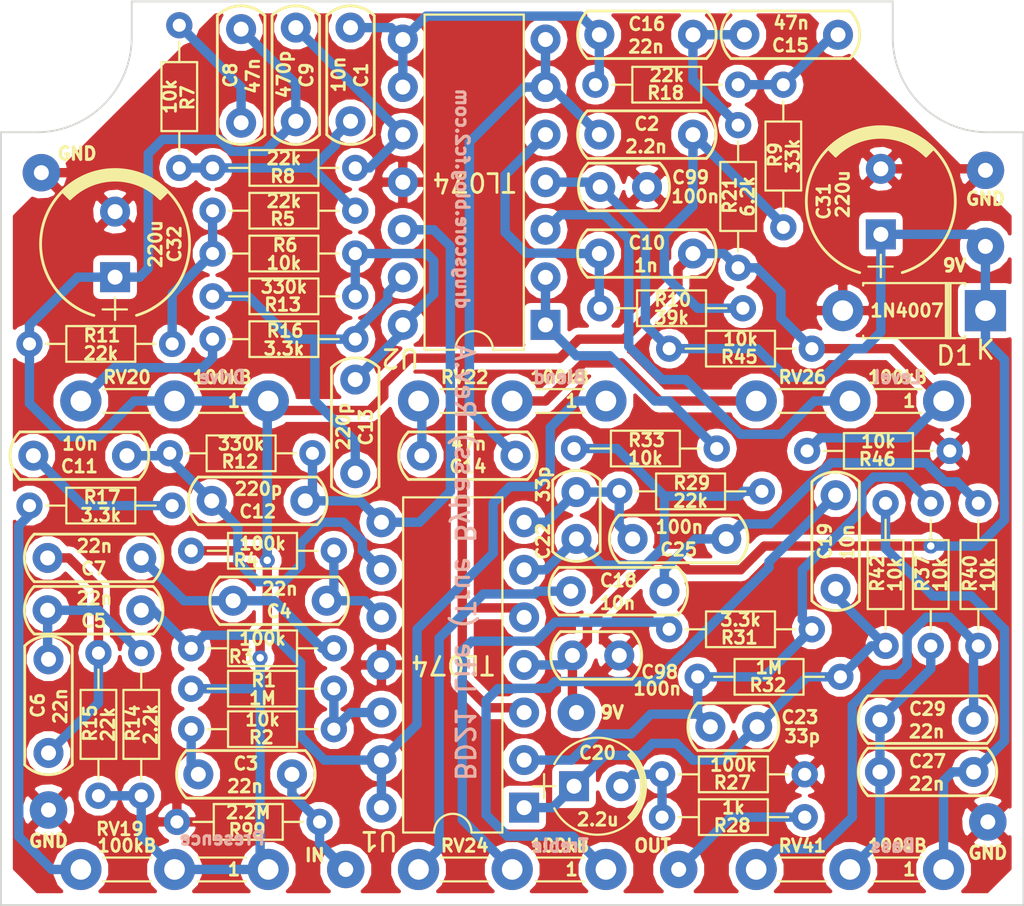
<source format=kicad_pcb>
(kicad_pcb (version 20171130) (host pcbnew 5.0.0-fee4fd1~66~ubuntu16.04.1)
  (layers (0 F.Cu signal) (31 B.Cu signal) (34 B.Paste user) (35 F.Paste user) (36 B.SilkS user) (37 F.SilkS user) (38 B.Mask user) (39 F.Mask user) (44 Edge.Cuts user))
  (net 0 "")
  (net 1 "Net-(C1-Pad1)")
  (net 2 "Net-(C1-Pad2)")
  (net 3 "Net-(C2-Pad2)")
  (net 4 "Net-(C14-Pad1)")
  (net 5 "Net-(C3-Pad1)")
  (net 6 "Net-(C3-Pad2)")
  (net 7 "Net-(C4-Pad1)")
  (net 8 "Net-(C4-Pad2)")
  (net 9 "Net-(C5-Pad2)")
  (net 10 "Net-(C5-Pad1)")
  (net 11 "Net-(C6-Pad1)")
  (net 12 "Net-(C8-Pad1)")
  (net 13 /VB)
  (net 14 "Net-(C9-Pad1)")
  (net 15 "Net-(C10-Pad1)")
  (net 16 "Net-(C11-Pad1)")
  (net 17 "Net-(C11-Pad2)")
  (net 18 "Net-(C12-Pad1)")
  (net 19 "Net-(C13-Pad1)")
  (net 20 "Net-(C13-Pad2)")
  (net 21 "Net-(C14-Pad2)")
  (net 22 "Net-(C15-Pad1)")
  (net 23 "Net-(C15-Pad2)")
  (net 24 "Net-(C18-Pad2)")
  (net 25 "Net-(C18-Pad1)")
  (net 26 "Net-(C19-Pad2)")
  (net 27 "Net-(C19-Pad1)")
  (net 28 "Net-(C20-Pad2)")
  (net 29 "Net-(C22-Pad2)")
  (net 30 "Net-(C22-Pad1)")
  (net 31 "Net-(C23-Pad2)")
  (net 32 "Net-(C27-Pad1)")
  (net 33 "Net-(C27-Pad2)")
  (net 34 "Net-(C29-Pad2)")
  (net 35 VCC)
  (net 36 GND)
  (net 37 "Net-(J4-Pad1)")
  (net 38 "Net-(R1-Pad2)")
  (net 39 "Net-(R11-Pad2)")
  (net 40 "Net-(R16-Pad1)")
  (net 41 "Net-(R17-Pad1)")
  (net 42 "Net-(R31-Pad2)")
  (net 43 "Net-(R33-Pad2)")
  (net 44 "Net-(RV22-Pad2)")
  (net 45 "Net-(RV26-Pad2)")
  (module myFoot:my_WirePad_0-8mmDrill (layer F.Cu) (at 127.254 85.344)
    (fp_text reference J10 hide)
    (fp_text value GND (at 1.905 -1.016) (layer F.SilkS) (effects (font (size 0.67 0.67) (thickness 0.1675))))
    (pad 1 thru_hole circle (at 0 0) (size 1.99898 1.99898) (drill 0.8001) (layers *.Cu *.Mask) (net 36 GND))
  )
  (module myFoot:my_WirePad_0-8mmDrill (layer F.Cu) (at 177.673 85.217)
    (fp_text reference J10 hide)
    (fp_text value GND (at 0 1.524) (layer F.SilkS) (effects (font (size 0.67 0.67) (thickness 0.1675))))
    (pad 1 thru_hole circle (at 0 0) (size 1.99898 1.99898) (drill 0.8001) (layers *.Cu *.Mask) (net 36 GND))
  )
  (module myFoot:my_WirePad_0-8mmDrill (layer F.Cu) (at 155.829 114.173)
    (fp_text reference J7 hide)
    (fp_text value 9V (at 1.905 0) (layer F.SilkS) (effects (font (size 0.67 0.67) (thickness 0.1675))))
    (pad 1 thru_hole circle (at 0 0) (size 1.99898 1.99898) (drill 0.8001) (layers *.Cu *.Mask) (net 35 VCC))
  )
  (module myFoot:my_R_P7.62mm_Horizontal (layer F.Cu) (at 168.021 117.475 180)
    (fp_text reference R27 (at 3.8735 -0.4445 180) (layer F.SilkS) (effects (font (size 0.67 0.67))))
    (fp_text value 100k (at 3.81 0.508 180) (layer F.SilkS) (effects (font (size 0.67 0.67))))
    (pad 1 thru_hole circle (at 0 0 180) (size 1.4 1.4) (drill 0.7) (layers *.Cu *.Mask) (net 36 GND))
    (pad 2 thru_hole oval (at 7.62 0 180) (size 1.4 1.4) (drill 0.7) (layers *.Cu *.Mask) (net 28 "Net-(C20-Pad2)"))
  )
  (module myFoot:my_R_P7.62mm_Horizontal (layer F.Cu) (at 136.398 94.234)
    (fp_text reference R16 (at 3.8735 -0.4445) (layer F.SilkS) (effects (font (size 0.67 0.67))))
    (fp_text value 3.3k (at 3.81 0.508) (layer F.SilkS) (effects (font (size 0.67 0.67))))
    (pad 1 thru_hole circle (at 0 0) (size 1.4 1.4) (drill 0.7) (layers *.Cu *.Mask) (net 40 "Net-(R16-Pad1)"))
    (pad 2 thru_hole oval (at 7.62 0) (size 1.4 1.4) (drill 0.7) (layers *.Cu *.Mask) (net 20 "Net-(C13-Pad2)"))
  )
  (module Package_DIP:DIP-14_W7.62mm (layer F.Cu) (at 153.035 119.253 180)
    (fp_text reference U1 (at 7.747 -1.778 180 unlocked) (layer F.SilkS))
    (fp_text value TL074 (at 3.81 7.62 180 unlocked) (layer F.SilkS))
    (pad 14 thru_hole oval (at 7.62 0 180) (size 1.6 1.6) (drill 0.8) (layers *.Cu *.Mask) (net 10 "Net-(C5-Pad1)"))
    (pad 7 thru_hole oval (at 0 15.24 180) (size 1.6 1.6) (drill 0.8) (layers *.Cu *.Mask) (net 30 "Net-(C22-Pad1)"))
    (pad 13 thru_hole oval (at 7.62 2.54 180) (size 1.6 1.6) (drill 0.8) (layers *.Cu *.Mask) (net 10 "Net-(C5-Pad1)"))
    (pad 6 thru_hole oval (at 0 12.7 180) (size 1.6 1.6) (drill 0.8) (layers *.Cu *.Mask) (net 29 "Net-(C22-Pad2)"))
    (pad 12 thru_hole oval (at 7.62 5.08 180) (size 1.6 1.6) (drill 0.8) (layers *.Cu *.Mask) (net 38 "Net-(R1-Pad2)"))
    (pad 5 thru_hole oval (at 0 10.16 180) (size 1.6 1.6) (drill 0.8) (layers *.Cu *.Mask) (net 13 /VB))
    (pad 11 thru_hole oval (at 7.62 7.62 180) (size 1.6 1.6) (drill 0.8) (layers *.Cu *.Mask) (net 36 GND))
    (pad 4 thru_hole oval (at 0 7.62 180) (size 1.6 1.6) (drill 0.8) (layers *.Cu *.Mask) (net 35 VCC))
    (pad 10 thru_hole oval (at 7.62 10.16 180) (size 1.6 1.6) (drill 0.8) (layers *.Cu *.Mask) (net 7 "Net-(C4-Pad1)"))
    (pad 3 thru_hole oval (at 0 5.08 180) (size 1.6 1.6) (drill 0.8) (layers *.Cu *.Mask) (net 13 /VB))
    (pad 9 thru_hole oval (at 7.62 12.7 180) (size 1.6 1.6) (drill 0.8) (layers *.Cu *.Mask) (net 16 "Net-(C11-Pad1)"))
    (pad 2 thru_hole oval (at 0 2.54 180) (size 1.6 1.6) (drill 0.8) (layers *.Cu *.Mask) (net 31 "Net-(C23-Pad2)"))
    (pad 8 thru_hole oval (at 7.62 15.24 180) (size 1.6 1.6) (drill 0.8) (layers *.Cu *.Mask) (net 18 "Net-(C12-Pad1)"))
    (pad 1 thru_hole rect (at 0 0 180) (size 1.6 1.6) (drill 0.8) (layers *.Cu *.Mask) (net 27 "Net-(C19-Pad1)"))
  )
  (module myFoot:my_C_D8mm_P3.5mm (layer F.Cu) (at 131.191 90.424 90)
    (fp_text reference C32 (at 1.27 3.175 90) (layer F.SilkS) (effects (font (size 0.67 0.67))))
    (fp_text value 220u (at 1.27 2.159 90) (layer F.SilkS) (effects (font (size 0.67 0.67))))
    (pad 1 thru_hole rect (at -0.5 0 90) (size 1.6 1.6) (drill 0.8) (layers *.Cu *.Mask) (net 13 /VB))
    (pad 2 thru_hole circle (at 3 0 90) (size 1.6 1.6) (drill 0.8) (layers *.Cu *.Mask) (net 36 GND))
  )
  (module myFoot:my_R_P7.62mm_Horizontal (layer F.Cu) (at 155.702 100.076)
    (fp_text reference R33 (at 3.8735 -0.4445) (layer F.SilkS) (effects (font (size 0.67 0.67))))
    (fp_text value 10k (at 3.81 0.508) (layer F.SilkS) (effects (font (size 0.67 0.67))))
    (pad 1 thru_hole circle (at 0 0) (size 1.4 1.4) (drill 0.7) (layers *.Cu *.Mask) (net 29 "Net-(C22-Pad2)"))
    (pad 2 thru_hole oval (at 7.62 0) (size 1.4 1.4) (drill 0.7) (layers *.Cu *.Mask) (net 43 "Net-(R33-Pad2)"))
  )
  (module myFoot:my_WirePad_0-8mmDrill (layer F.Cu) (at 177.8 120.015)
    (fp_text reference J10 hide)
    (fp_text value GND (at 0 1.651) (layer F.SilkS) (effects (font (size 0.67 0.67) (thickness 0.1675))))
    (pad 1 thru_hole circle (at 0 0) (size 1.99898 1.99898) (drill 0.8001) (layers *.Cu *.Mask) (net 36 GND))
  )
  (module myFoot:my_R_P7.62mm_Horizontal (layer F.Cu) (at 169.926 112.268 180)
    (fp_text reference R32 (at 3.8735 -0.4445 180) (layer F.SilkS) (effects (font (size 0.67 0.67))))
    (fp_text value 1M (at 3.81 0.508 180) (layer F.SilkS) (effects (font (size 0.67 0.67))))
    (pad 2 thru_hole oval (at 7.62 0 180) (size 1.4 1.4) (drill 0.7) (layers *.Cu *.Mask) (net 31 "Net-(C23-Pad2)"))
    (pad 1 thru_hole circle (at 0 0 180) (size 1.4 1.4) (drill 0.7) (layers *.Cu *.Mask) (net 27 "Net-(C19-Pad1)"))
  )
  (module myFoot:my_R_P7.62mm_Horizontal (layer F.Cu) (at 144.018 85.09 180)
    (fp_text reference R8 (at 3.8735 -0.4445 180) (layer F.SilkS) (effects (font (size 0.67 0.67))))
    (fp_text value 22k (at 3.81 0.508 180) (layer F.SilkS) (effects (font (size 0.67 0.67))))
    (pad 2 thru_hole oval (at 7.62 0 180) (size 1.4 1.4) (drill 0.7) (layers *.Cu *.Mask) (net 2 "Net-(C1-Pad2)"))
    (pad 1 thru_hole circle (at 0 0 180) (size 1.4 1.4) (drill 0.7) (layers *.Cu *.Mask) (net 14 "Net-(C9-Pad1)"))
  )
  (module myFoot:my_C_Disc_P2.50mm (layer F.Cu) (at 155.829 102.402 270)
    (fp_text reference C22 (at 2.627 1.778 270) (layer F.SilkS) (effects (font (size 0.67 0.67))))
    (fp_text value 33p (at -0.421 1.778 270) (layer F.SilkS) (effects (font (size 0.67 0.67))))
    (pad 2 thru_hole circle (at 2.5 0 270) (size 1.6 1.6) (drill 0.8) (layers *.Cu *.Mask) (net 29 "Net-(C22-Pad2)"))
    (pad 1 thru_hole circle (at 0 0 270) (size 1.6 1.6) (drill 0.8) (layers *.Cu *.Mask) (net 30 "Net-(C22-Pad1)"))
  )
  (module myFoot:my_C_Disc_P2.50mm (layer F.Cu) (at 165.481 114.935 180)
    (fp_text reference C23 (at -2.286 0.508 180) (layer F.SilkS) (effects (font (size 0.67 0.67))))
    (fp_text value 33p (at -2.413 -0.508 180) (layer F.SilkS) (effects (font (size 0.67 0.67))))
    (pad 1 thru_hole circle (at 0 0 180) (size 1.6 1.6) (drill 0.8) (layers *.Cu *.Mask) (net 27 "Net-(C19-Pad1)"))
    (pad 2 thru_hole circle (at 2.5 0 180) (size 1.6 1.6) (drill 0.8) (layers *.Cu *.Mask) (net 31 "Net-(C23-Pad2)"))
  )
  (module myFoot:my_C_D8mm_P3.5mm (layer F.Cu) (at 172.085 88.138 90)
    (fp_text reference C31 (at 1.27 -3.048 90) (layer F.SilkS) (effects (font (size 0.67 0.67))))
    (fp_text value 220u (at 1.651 -2.032 90) (layer F.SilkS) (effects (font (size 0.67 0.67))))
    (pad 1 thru_hole rect (at -0.5 0 90) (size 1.6 1.6) (drill 0.8) (layers *.Cu *.Mask) (net 35 VCC))
    (pad 2 thru_hole circle (at 3 0 90) (size 1.6 1.6) (drill 0.8) (layers *.Cu *.Mask) (net 36 GND))
  )
  (module Diode_THT:D_DO-41_SOD81_P7.62mm_Horizontal (layer F.Cu) (at 177.673 92.71 180)
    (fp_text reference D1 (at 1.651 -2.413 180) (layer F.SilkS))
    (fp_text value 1N4007 (at 4.191 0 180) (layer F.SilkS) (effects (font (size 0.67 0.67))))
    (fp_text user K (at 0 -2.1 180) (layer F.SilkS))
    (pad 1 thru_hole rect (at 0 0 180) (size 2.2 2.2) (drill 1.1) (layers *.Cu *.Mask) (net 35 VCC))
    (pad 2 thru_hole oval (at 7.62 0 180) (size 2.2 2.2) (drill 1.1) (layers *.Cu *.Mask) (net 36 GND))
  )
  (module myFoot:my_WirePad_0-8mmDrill (layer F.Cu) (at 143.51 122.555)
    (fp_text reference J1 hide)
    (fp_text value IN (at -1.651 -0.762) (layer F.SilkS) (effects (font (size 0.67 0.67) (thickness 0.1675))))
    (pad 1 thru_hole circle (at 0 0) (size 1.99898 1.99898) (drill 0.8001) (layers *.Cu *.Mask) (net 6 "Net-(C3-Pad2)"))
  )
  (module myFoot:my_WirePad_0-8mmDrill (layer F.Cu) (at 161.29 122.555)
    (fp_text reference J4 hide)
    (fp_text value OUT (at -1.397 -1.27) (layer F.SilkS) (effects (font (size 0.67 0.67) (thickness 0.1675))))
    (pad 1 thru_hole circle (at 0 0) (size 1.99898 1.99898) (drill 0.8001) (layers *.Cu *.Mask) (net 37 "Net-(J4-Pad1)"))
  )
  (module myFoot:my_WirePad_0-8mmDrill (layer F.Cu) (at 177.673 89.281)
    (fp_text reference J7 hide)
    (fp_text value 9V (at -1.651 1.016) (layer F.SilkS) (effects (font (size 0.67 0.67) (thickness 0.1675))))
    (pad 1 thru_hole circle (at 0 0) (size 1.99898 1.99898) (drill 0.8001) (layers *.Cu *.Mask) (net 35 VCC))
  )
  (module myFoot:my_WirePad_0-8mmDrill (layer F.Cu) (at 127.635 119.38)
    (fp_text reference J10 hide)
    (fp_text value GND (at 0 1.651) (layer F.SilkS) (effects (font (size 0.67 0.67) (thickness 0.1675))))
    (pad 1 thru_hole circle (at 0 0) (size 1.99898 1.99898) (drill 0.8001) (layers *.Cu *.Mask) (net 36 GND))
  )
  (module Package_DIP:DIP-14_W7.62mm (layer F.Cu) (at 154.178 93.472 180)
    (fp_text reference U2 (at 7.747 -1.778 180 unlocked) (layer F.SilkS))
    (fp_text value TL074 (at 3.81 7.62 180 unlocked) (layer F.SilkS))
    (pad 14 thru_hole oval (at 7.62 0 180) (size 1.6 1.6) (drill 0.8) (layers *.Cu *.Mask) (net 19 "Net-(C13-Pad1)"))
    (pad 7 thru_hole oval (at 0 15.24 180) (size 1.6 1.6) (drill 0.8) (layers *.Cu *.Mask) (net 4 "Net-(C14-Pad1)"))
    (pad 13 thru_hole oval (at 7.62 2.54 180) (size 1.6 1.6) (drill 0.8) (layers *.Cu *.Mask) (net 20 "Net-(C13-Pad2)"))
    (pad 6 thru_hole oval (at 0 12.7 180) (size 1.6 1.6) (drill 0.8) (layers *.Cu *.Mask) (net 4 "Net-(C14-Pad1)"))
    (pad 12 thru_hole oval (at 7.62 5.08 180) (size 1.6 1.6) (drill 0.8) (layers *.Cu *.Mask) (net 18 "Net-(C12-Pad1)"))
    (pad 5 thru_hole oval (at 0 10.16 180) (size 1.6 1.6) (drill 0.8) (layers *.Cu *.Mask) (net 15 "Net-(C10-Pad1)"))
    (pad 11 thru_hole oval (at 7.62 7.62 180) (size 1.6 1.6) (drill 0.8) (layers *.Cu *.Mask) (net 36 GND))
    (pad 4 thru_hole oval (at 0 7.62 180) (size 1.6 1.6) (drill 0.8) (layers *.Cu *.Mask) (net 35 VCC))
    (pad 10 thru_hole oval (at 7.62 10.16 180) (size 1.6 1.6) (drill 0.8) (layers *.Cu *.Mask) (net 14 "Net-(C9-Pad1)"))
    (pad 3 thru_hole oval (at 0 5.08 180) (size 1.6 1.6) (drill 0.8) (layers *.Cu *.Mask) (net 45 "Net-(RV26-Pad2)"))
    (pad 9 thru_hole oval (at 7.62 12.7 180) (size 1.6 1.6) (drill 0.8) (layers *.Cu *.Mask) (net 1 "Net-(C1-Pad1)"))
    (pad 2 thru_hole oval (at 0 2.54 180) (size 1.6 1.6) (drill 0.8) (layers *.Cu *.Mask) (net 43 "Net-(R33-Pad2)"))
    (pad 8 thru_hole oval (at 7.62 15.24 180) (size 1.6 1.6) (drill 0.8) (layers *.Cu *.Mask) (net 1 "Net-(C1-Pad1)"))
    (pad 1 thru_hole rect (at 0 0 180) (size 1.6 1.6) (drill 0.8) (layers *.Cu *.Mask) (net 43 "Net-(R33-Pad2)"))
  )
  (module myFoot:my_C_Disc_P2.50mm (layer F.Cu) (at 155.615 111.125)
    (fp_text reference C98 (at 4.659 0.889) (layer F.SilkS) (effects (font (size 0.67 0.67))))
    (fp_text value 100n (at 4.532 1.778) (layer F.SilkS) (effects (font (size 0.67 0.67))))
    (pad 2 thru_hole circle (at 2.5 0) (size 1.6 1.6) (drill 0.8) (layers *.Cu *.Mask) (net 36 GND))
    (pad 1 thru_hole circle (at 0 0) (size 1.6 1.6) (drill 0.8) (layers *.Cu *.Mask) (net 35 VCC))
  )
  (module myFoot:my_C_Disc_P2.50mm (layer F.Cu) (at 157.099 86.106)
    (fp_text reference C99 (at 4.826 -0.508) (layer F.SilkS) (effects (font (size 0.67 0.67))))
    (fp_text value 100n (at 5.08 0.508) (layer F.SilkS) (effects (font (size 0.67 0.67))))
    (pad 1 thru_hole circle (at 0 0) (size 1.6 1.6) (drill 0.8) (layers *.Cu *.Mask) (net 35 VCC))
    (pad 2 thru_hole circle (at 2.5 0) (size 1.6 1.6) (drill 0.8) (layers *.Cu *.Mask) (net 36 GND))
  )
  (module myFoot:my_C_D5.0mm_P2.50mm (layer F.Cu) (at 155.702 118.11)
    (fp_text reference C20 (at 1.25 -1.778) (layer F.SilkS) (effects (font (size 0.67 0.67))))
    (fp_text value 2.2u (at 1.27 1.778) (layer F.SilkS) (effects (font (size 0.67 0.67))))
    (pad 1 thru_hole rect (at 0 0) (size 1.6 1.6) (drill 0.8) (layers *.Cu *.Mask) (net 27 "Net-(C19-Pad1)"))
    (pad 2 thru_hole circle (at 2.5 0) (size 1.6 1.6) (drill 0.8) (layers *.Cu *.Mask) (net 28 "Net-(C20-Pad2)"))
  )
  (module myFoot:my_R_P7.62mm_Horizontal (layer F.Cu) (at 135.255 112.903)
    (fp_text reference R1 (at 3.8735 -0.4445) (layer F.SilkS) (effects (font (size 0.67 0.67))))
    (fp_text value 1M (at 3.81 0.508) (layer F.SilkS) (effects (font (size 0.67 0.67))))
    (pad 1 thru_hole circle (at 0 0) (size 1.4 1.4) (drill 0.7) (layers *.Cu *.Mask) (net 13 /VB))
    (pad 2 thru_hole oval (at 7.62 0) (size 1.4 1.4) (drill 0.7) (layers *.Cu *.Mask) (net 38 "Net-(R1-Pad2)"))
  )
  (module myFoot:my_R_P7.62mm_Horizontal (layer F.Cu) (at 142.875 115.062 180)
    (fp_text reference R2 (at 3.8735 -0.4445 180) (layer F.SilkS) (effects (font (size 0.67 0.67))))
    (fp_text value 10k (at 3.81 0.508 180) (layer F.SilkS) (effects (font (size 0.67 0.67))))
    (pad 1 thru_hole circle (at 0 0 180) (size 1.4 1.4) (drill 0.7) (layers *.Cu *.Mask) (net 38 "Net-(R1-Pad2)"))
    (pad 2 thru_hole oval (at 7.62 0 180) (size 1.4 1.4) (drill 0.7) (layers *.Cu *.Mask) (net 5 "Net-(C3-Pad1)"))
  )
  (module myFoot:my_R_P7.62mm_Horizontal (layer F.Cu) (at 142.875 110.744 180)
    (fp_text reference R3 (at 4.953 -0.4445 180) (layer F.SilkS) (effects (font (size 0.67 0.67))))
    (fp_text value 100k (at 3.81 0.508 180) (layer F.SilkS) (effects (font (size 0.67 0.67))))
    (pad 2 thru_hole oval (at 7.62 0 180) (size 1.4 1.4) (drill 0.7) (layers *.Cu *.Mask) (net 10 "Net-(C5-Pad1)"))
    (pad 1 thru_hole circle (at 0 0 180) (size 1.4 1.4) (drill 0.7) (layers *.Cu *.Mask) (net 8 "Net-(C4-Pad2)"))
  )
  (module myFoot:my_R_P7.62mm_Horizontal (layer F.Cu) (at 135.255 105.537)
    (fp_text reference R4 (at 2.921 0.508) (layer F.SilkS) (effects (font (size 0.67 0.67))))
    (fp_text value 100k (at 3.81 -0.381) (layer F.SilkS) (effects (font (size 0.67 0.67))))
    (pad 1 thru_hole circle (at 0 0) (size 1.4 1.4) (drill 0.7) (layers *.Cu *.Mask) (net 13 /VB))
    (pad 2 thru_hole oval (at 7.62 0) (size 1.4 1.4) (drill 0.7) (layers *.Cu *.Mask) (net 7 "Net-(C4-Pad1)"))
  )
  (module myFoot:my_R_P7.62mm_Horizontal (layer F.Cu) (at 144.018 87.376 180)
    (fp_text reference R5 (at 3.8735 -0.4445 180) (layer F.SilkS) (effects (font (size 0.67 0.67))))
    (fp_text value 22k (at 3.81 0.508 180) (layer F.SilkS) (effects (font (size 0.67 0.67))))
    (pad 2 thru_hole oval (at 7.62 0 180) (size 1.4 1.4) (drill 0.7) (layers *.Cu *.Mask) (net 39 "Net-(R11-Pad2)"))
    (pad 1 thru_hole circle (at 0 0 180) (size 1.4 1.4) (drill 0.7) (layers *.Cu *.Mask) (net 2 "Net-(C1-Pad2)"))
  )
  (module myFoot:my_R_P7.62mm_Horizontal (layer F.Cu) (at 136.398 89.662)
    (fp_text reference R6 (at 3.8735 -0.4445) (layer F.SilkS) (effects (font (size 0.67 0.67))))
    (fp_text value 10k (at 3.81 0.508) (layer F.SilkS) (effects (font (size 0.67 0.67))))
    (pad 2 thru_hole oval (at 7.62 0) (size 1.4 1.4) (drill 0.7) (layers *.Cu *.Mask) (net 19 "Net-(C13-Pad1)"))
    (pad 1 thru_hole circle (at 0 0) (size 1.4 1.4) (drill 0.7) (layers *.Cu *.Mask) (net 39 "Net-(R11-Pad2)"))
  )
  (module myFoot:my_R_P7.62mm_Horizontal (layer F.Cu) (at 134.62 77.47 270)
    (fp_text reference R7 (at 3.8735 -0.4445 270) (layer F.SilkS) (effects (font (size 0.67 0.67))))
    (fp_text value 10k (at 3.81 0.508 270) (layer F.SilkS) (effects (font (size 0.67 0.67))))
    (pad 1 thru_hole circle (at 0 0 270) (size 1.4 1.4) (drill 0.7) (layers *.Cu *.Mask) (net 12 "Net-(C8-Pad1)"))
    (pad 2 thru_hole oval (at 7.62 0 270) (size 1.4 1.4) (drill 0.7) (layers *.Cu *.Mask) (net 2 "Net-(C1-Pad2)"))
  )
  (module myFoot:my_R_P7.62mm_Horizontal (layer F.Cu) (at 166.878 88.265 90)
    (fp_text reference R9 (at 3.8735 -0.4445 90) (layer F.SilkS) (effects (font (size 0.67 0.67))))
    (fp_text value 33k (at 3.81 0.508 90) (layer F.SilkS) (effects (font (size 0.67 0.67))))
    (pad 2 thru_hole oval (at 7.62 0 90) (size 1.4 1.4) (drill 0.7) (layers *.Cu *.Mask) (net 22 "Net-(C15-Pad1)"))
    (pad 1 thru_hole circle (at 0 0 90) (size 1.4 1.4) (drill 0.7) (layers *.Cu *.Mask) (net 3 "Net-(C2-Pad2)"))
  )
  (module myFoot:my_R_P7.62mm_Horizontal (layer F.Cu) (at 157.099 92.583)
    (fp_text reference R10 (at 3.8735 -0.4445) (layer F.SilkS) (effects (font (size 0.67 0.67))))
    (fp_text value 39k (at 3.81 0.508) (layer F.SilkS) (effects (font (size 0.67 0.67))))
    (pad 2 thru_hole oval (at 7.62 0) (size 1.4 1.4) (drill 0.7) (layers *.Cu *.Mask) (net 3 "Net-(C2-Pad2)"))
    (pad 1 thru_hole circle (at 0 0) (size 1.4 1.4) (drill 0.7) (layers *.Cu *.Mask) (net 15 "Net-(C10-Pad1)"))
  )
  (module myFoot:my_R_P7.62mm_Horizontal (layer F.Cu) (at 126.619 94.488)
    (fp_text reference R11 (at 3.8735 -0.4445) (layer F.SilkS) (effects (font (size 0.67 0.67))))
    (fp_text value 22k (at 3.81 0.508) (layer F.SilkS) (effects (font (size 0.67 0.67))))
    (pad 1 thru_hole circle (at 0 0) (size 1.4 1.4) (drill 0.7) (layers *.Cu *.Mask) (net 13 /VB))
    (pad 2 thru_hole oval (at 7.62 0) (size 1.4 1.4) (drill 0.7) (layers *.Cu *.Mask) (net 39 "Net-(R11-Pad2)"))
  )
  (module myFoot:my_R_P7.62mm_Horizontal (layer F.Cu) (at 141.732 100.33 180)
    (fp_text reference R12 (at 3.8735 -0.4445 180) (layer F.SilkS) (effects (font (size 0.67 0.67))))
    (fp_text value 330k (at 3.81 0.508 180) (layer F.SilkS) (effects (font (size 0.67 0.67))))
    (pad 1 thru_hole circle (at 0 0 180) (size 1.4 1.4) (drill 0.7) (layers *.Cu *.Mask) (net 18 "Net-(C12-Pad1)"))
    (pad 2 thru_hole oval (at 7.62 0 180) (size 1.4 1.4) (drill 0.7) (layers *.Cu *.Mask) (net 16 "Net-(C11-Pad1)"))
  )
  (module myFoot:my_R_P7.62mm_Horizontal (layer F.Cu) (at 144.018 91.948 180)
    (fp_text reference R13 (at 3.8735 -0.4445 180) (layer F.SilkS) (effects (font (size 0.67 0.67))))
    (fp_text value 330k (at 3.81 0.508 180) (layer F.SilkS) (effects (font (size 0.67 0.67))))
    (pad 1 thru_hole circle (at 0 0 180) (size 1.4 1.4) (drill 0.7) (layers *.Cu *.Mask) (net 19 "Net-(C13-Pad1)"))
    (pad 2 thru_hole oval (at 7.62 0 180) (size 1.4 1.4) (drill 0.7) (layers *.Cu *.Mask) (net 20 "Net-(C13-Pad2)"))
  )
  (module myFoot:my_R_P7.62mm_Horizontal (layer F.Cu) (at 132.588 118.618 90)
    (fp_text reference R14 (at 3.8735 -0.4445 90) (layer F.SilkS) (effects (font (size 0.67 0.67))))
    (fp_text value 2.2k (at 3.81 0.508 90) (layer F.SilkS) (effects (font (size 0.67 0.67))))
    (pad 2 thru_hole oval (at 7.62 0 90) (size 1.4 1.4) (drill 0.7) (layers *.Cu *.Mask) (net 9 "Net-(C5-Pad2)"))
    (pad 1 thru_hole circle (at 0 0 90) (size 1.4 1.4) (drill 0.7) (layers *.Cu *.Mask) (net 13 /VB))
  )
  (module myFoot:my_R_P7.62mm_Horizontal (layer F.Cu) (at 130.302 118.618 90)
    (fp_text reference R15 (at 3.8735 -0.4445 90) (layer F.SilkS) (effects (font (size 0.67 0.67))))
    (fp_text value 22k (at 3.81 0.508 90) (layer F.SilkS) (effects (font (size 0.67 0.67))))
    (pad 1 thru_hole circle (at 0 0 90) (size 1.4 1.4) (drill 0.7) (layers *.Cu *.Mask) (net 13 /VB))
    (pad 2 thru_hole oval (at 7.62 0 90) (size 1.4 1.4) (drill 0.7) (layers *.Cu *.Mask) (net 11 "Net-(C6-Pad1)"))
  )
  (module myFoot:my_R_P7.62mm_Horizontal (layer F.Cu) (at 126.619 103.124)
    (fp_text reference R17 (at 3.8735 -0.4445) (layer F.SilkS) (effects (font (size 0.67 0.67))))
    (fp_text value 3.3k (at 3.81 0.508) (layer F.SilkS) (effects (font (size 0.67 0.67))))
    (pad 2 thru_hole oval (at 7.62 0) (size 1.4 1.4) (drill 0.7) (layers *.Cu *.Mask) (net 17 "Net-(C11-Pad2)"))
    (pad 1 thru_hole circle (at 0 0) (size 1.4 1.4) (drill 0.7) (layers *.Cu *.Mask) (net 41 "Net-(R17-Pad1)"))
  )
  (module myFoot:my_R_P7.62mm_Horizontal (layer F.Cu) (at 164.465 80.645 180)
    (fp_text reference R18 (at 3.8735 -0.4445 180) (layer F.SilkS) (effects (font (size 0.67 0.67))))
    (fp_text value 22k (at 3.81 0.508 180) (layer F.SilkS) (effects (font (size 0.67 0.67))))
    (pad 2 thru_hole oval (at 7.62 0 180) (size 1.4 1.4) (drill 0.7) (layers *.Cu *.Mask) (net 1 "Net-(C1-Pad1)"))
    (pad 1 thru_hole circle (at 0 0 180) (size 1.4 1.4) (drill 0.7) (layers *.Cu *.Mask) (net 22 "Net-(C15-Pad1)"))
  )
  (module myFoot:my_R_P7.62mm_Horizontal (layer F.Cu) (at 164.465 90.424 90)
    (fp_text reference R21 (at 3.8735 -0.4445 90) (layer F.SilkS) (effects (font (size 0.67 0.67))))
    (fp_text value 6.2k (at 3.81 0.508 90) (layer F.SilkS) (effects (font (size 0.67 0.67))))
    (pad 2 thru_hole oval (at 7.62 0 90) (size 1.4 1.4) (drill 0.7) (layers *.Cu *.Mask) (net 23 "Net-(C15-Pad2)"))
    (pad 1 thru_hole circle (at 0 0 90) (size 1.4 1.4) (drill 0.7) (layers *.Cu *.Mask) (net 13 /VB))
  )
  (module myFoot:my_R_P7.62mm_Horizontal (layer F.Cu) (at 168.021 119.761 180)
    (fp_text reference R28 (at 3.8735 -0.4445 180) (layer F.SilkS) (effects (font (size 0.67 0.67))))
    (fp_text value 1k (at 3.81 0.508 180) (layer F.SilkS) (effects (font (size 0.67 0.67))))
    (pad 1 thru_hole circle (at 0 0 180) (size 1.4 1.4) (drill 0.7) (layers *.Cu *.Mask) (net 37 "Net-(J4-Pad1)"))
    (pad 2 thru_hole oval (at 7.62 0 180) (size 1.4 1.4) (drill 0.7) (layers *.Cu *.Mask) (net 28 "Net-(C20-Pad2)"))
  )
  (module myFoot:my_R_P7.62mm_Horizontal (layer F.Cu) (at 158.115 102.362)
    (fp_text reference R29 (at 3.8735 -0.4445) (layer F.SilkS) (effects (font (size 0.67 0.67))))
    (fp_text value 22k (at 3.81 0.508) (layer F.SilkS) (effects (font (size 0.67 0.67))))
    (pad 1 thru_hole circle (at 0 0) (size 1.4 1.4) (drill 0.7) (layers *.Cu *.Mask) (net 30 "Net-(C22-Pad1)"))
    (pad 2 thru_hole oval (at 7.62 0) (size 1.4 1.4) (drill 0.7) (layers *.Cu *.Mask) (net 29 "Net-(C22-Pad2)"))
  )
  (module myFoot:my_R_P7.62mm_Horizontal (layer F.Cu) (at 168.402 109.728 180)
    (fp_text reference R31 (at 3.8735 -0.4445 180) (layer F.SilkS) (effects (font (size 0.67 0.67))))
    (fp_text value 3.3k (at 3.81 0.508 180) (layer F.SilkS) (effects (font (size 0.67 0.67))))
    (pad 1 thru_hole circle (at 0 0 180) (size 1.4 1.4) (drill 0.7) (layers *.Cu *.Mask) (net 31 "Net-(C23-Pad2)"))
    (pad 2 thru_hole oval (at 7.62 0 180) (size 1.4 1.4) (drill 0.7) (layers *.Cu *.Mask) (net 42 "Net-(R31-Pad2)"))
  )
  (module myFoot:my_R_P7.62mm_Horizontal (layer F.Cu) (at 174.752 110.617 90)
    (fp_text reference R37 (at 3.8735 -0.4445 90) (layer F.SilkS) (effects (font (size 0.67 0.67))))
    (fp_text value 10k (at 3.81 0.508 90) (layer F.SilkS) (effects (font (size 0.67 0.67))))
    (pad 2 thru_hole oval (at 7.62 0 90) (size 1.4 1.4) (drill 0.7) (layers *.Cu *.Mask) (net 31 "Net-(C23-Pad2)"))
    (pad 1 thru_hole circle (at 0 0 90) (size 1.4 1.4) (drill 0.7) (layers *.Cu *.Mask) (net 32 "Net-(C27-Pad1)"))
  )
  (module myFoot:my_R_P7.62mm_Horizontal (layer F.Cu) (at 177.292 110.617 90)
    (fp_text reference R40 (at 3.8735 -0.4445 90) (layer F.SilkS) (effects (font (size 0.67 0.67))))
    (fp_text value 10k (at 3.81 0.508 90) (layer F.SilkS) (effects (font (size 0.67 0.67))))
    (pad 1 thru_hole circle (at 0 0 90) (size 1.4 1.4) (drill 0.7) (layers *.Cu *.Mask) (net 34 "Net-(C29-Pad2)"))
    (pad 2 thru_hole oval (at 7.62 0 90) (size 1.4 1.4) (drill 0.7) (layers *.Cu *.Mask) (net 24 "Net-(C18-Pad2)"))
  )
  (module myFoot:my_R_P7.62mm_Horizontal (layer F.Cu) (at 172.339 110.617 90)
    (fp_text reference R42 (at 3.8735 -0.4445 90) (layer F.SilkS) (effects (font (size 0.67 0.67))))
    (fp_text value 10k (at 3.81 0.508 90) (layer F.SilkS) (effects (font (size 0.67 0.67))))
    (pad 2 thru_hole oval (at 7.62 0 90) (size 1.4 1.4) (drill 0.7) (layers *.Cu *.Mask) (net 33 "Net-(C27-Pad2)"))
    (pad 1 thru_hole circle (at 0 0 90) (size 1.4 1.4) (drill 0.7) (layers *.Cu *.Mask) (net 27 "Net-(C19-Pad1)"))
  )
  (module myFoot:my_R_P7.62mm_Horizontal (layer F.Cu) (at 168.402 94.742 180)
    (fp_text reference R45 (at 3.8735 -0.4445 180) (layer F.SilkS) (effects (font (size 0.67 0.67))))
    (fp_text value 10k (at 3.81 0.508 180) (layer F.SilkS) (effects (font (size 0.67 0.67))))
    (pad 2 thru_hole oval (at 7.62 0 180) (size 1.4 1.4) (drill 0.7) (layers *.Cu *.Mask) (net 35 VCC))
    (pad 1 thru_hole circle (at 0 0 180) (size 1.4 1.4) (drill 0.7) (layers *.Cu *.Mask) (net 13 /VB))
  )
  (module myFoot:my_R_P7.62mm_Horizontal (layer F.Cu) (at 175.768 100.203 180)
    (fp_text reference R46 (at 3.8735 -0.4445 180) (layer F.SilkS) (effects (font (size 0.67 0.67))))
    (fp_text value 10k (at 3.81 0.508 180) (layer F.SilkS) (effects (font (size 0.67 0.67))))
    (pad 1 thru_hole circle (at 0 0 180) (size 1.4 1.4) (drill 0.7) (layers *.Cu *.Mask) (net 36 GND))
    (pad 2 thru_hole oval (at 7.62 0 180) (size 1.4 1.4) (drill 0.7) (layers *.Cu *.Mask) (net 13 /VB))
  )
  (module myFoot:my_R_P7.62mm_Horizontal (layer F.Cu) (at 142.113 120.015 180)
    (fp_text reference R99 (at 3.8735 -0.4445 180) (layer F.SilkS) (effects (font (size 0.67 0.67))))
    (fp_text value 2.2M (at 3.81 0.508 180) (layer F.SilkS) (effects (font (size 0.67 0.67))))
    (pad 2 thru_hole oval (at 7.62 0 180) (size 1.4 1.4) (drill 0.7) (layers *.Cu *.Mask) (net 36 GND))
    (pad 1 thru_hole circle (at 0 0 180) (size 1.4 1.4) (drill 0.7) (layers *.Cu *.Mask) (net 6 "Net-(C3-Pad2)"))
  )
  (module myFoot:my_C_Rect1_P5.00mm (layer F.Cu) (at 143.764 77.597 270)
    (fp_text reference C1 (at 2.54 -0.5715 270) (layer F.SilkS) (effects (font (size 0.67 0.67))))
    (fp_text value 10n (at 2.5 0.635 270) (layer F.SilkS) (effects (font (size 0.67 0.67))))
    (pad 1 thru_hole circle (at 0 0 270) (size 1.6 1.6) (drill 0.8) (layers *.Cu *.Mask) (net 1 "Net-(C1-Pad1)"))
    (pad 2 thru_hole circle (at 5 0 270) (size 1.6 1.6) (drill 0.8) (layers *.Cu *.Mask) (net 2 "Net-(C1-Pad2)"))
  )
  (module myFoot:my_C_Rect1_P5.00mm (layer F.Cu) (at 157.052 83.312)
    (fp_text reference C2 (at 2.54 -0.5715) (layer F.SilkS) (effects (font (size 0.67 0.67))))
    (fp_text value 2.2n (at 2.5 0.635) (layer F.SilkS) (effects (font (size 0.67 0.67))))
    (pad 1 thru_hole circle (at 0 0) (size 1.6 1.6) (drill 0.8) (layers *.Cu *.Mask) (net 4 "Net-(C14-Pad1)"))
    (pad 2 thru_hole circle (at 5 0) (size 1.6 1.6) (drill 0.8) (layers *.Cu *.Mask) (net 3 "Net-(C2-Pad2)"))
  )
  (module myFoot:my_C_Rect1_P5.00mm (layer F.Cu) (at 135.636 117.475)
    (fp_text reference C3 (at 2.54 -0.5715) (layer F.SilkS) (effects (font (size 0.67 0.67))))
    (fp_text value 22n (at 2.5 0.635) (layer F.SilkS) (effects (font (size 0.67 0.67))))
    (pad 2 thru_hole circle (at 5 0) (size 1.6 1.6) (drill 0.8) (layers *.Cu *.Mask) (net 6 "Net-(C3-Pad2)"))
    (pad 1 thru_hole circle (at 0 0) (size 1.6 1.6) (drill 0.8) (layers *.Cu *.Mask) (net 5 "Net-(C3-Pad1)"))
  )
  (module myFoot:my_C_Rect1_P5.00mm (layer F.Cu) (at 142.494 108.204 180)
    (fp_text reference C4 (at 2.54 -0.5715 180) (layer F.SilkS) (effects (font (size 0.67 0.67))))
    (fp_text value 22n (at 2.5 0.635 180) (layer F.SilkS) (effects (font (size 0.67 0.67))))
    (pad 2 thru_hole circle (at 5 0 180) (size 1.6 1.6) (drill 0.8) (layers *.Cu *.Mask) (net 8 "Net-(C4-Pad2)"))
    (pad 1 thru_hole circle (at 0 0 180) (size 1.6 1.6) (drill 0.8) (layers *.Cu *.Mask) (net 7 "Net-(C4-Pad1)"))
  )
  (module myFoot:my_C_Rect1_P5.00mm (layer F.Cu) (at 132.588 108.712 180)
    (fp_text reference C5 (at 2.54 -0.5715 180) (layer F.SilkS) (effects (font (size 0.67 0.67))))
    (fp_text value 22n (at 2.5 0.635 180) (layer F.SilkS) (effects (font (size 0.67 0.67))))
    (pad 1 thru_hole circle (at 0 0 180) (size 1.6 1.6) (drill 0.8) (layers *.Cu *.Mask) (net 10 "Net-(C5-Pad1)"))
    (pad 2 thru_hole circle (at 5 0 180) (size 1.6 1.6) (drill 0.8) (layers *.Cu *.Mask) (net 9 "Net-(C5-Pad2)"))
  )
  (module myFoot:my_C_Rect1_P5.00mm (layer F.Cu) (at 127.635 116.332 90)
    (fp_text reference C6 (at 2.54 -0.5715 90) (layer F.SilkS) (effects (font (size 0.67 0.67))))
    (fp_text value 22n (at 2.5 0.635 90) (layer F.SilkS) (effects (font (size 0.67 0.67))))
    (pad 1 thru_hole circle (at 0 0 90) (size 1.6 1.6) (drill 0.8) (layers *.Cu *.Mask) (net 11 "Net-(C6-Pad1)"))
    (pad 2 thru_hole circle (at 5 0 90) (size 1.6 1.6) (drill 0.8) (layers *.Cu *.Mask) (net 9 "Net-(C5-Pad2)"))
  )
  (module myFoot:my_C_Rect1_P5.00mm (layer F.Cu) (at 132.588 105.918 180)
    (fp_text reference C7 (at 2.54 -0.5715 180) (layer F.SilkS) (effects (font (size 0.67 0.67))))
    (fp_text value 22n (at 2.5 0.635 180) (layer F.SilkS) (effects (font (size 0.67 0.67))))
    (pad 2 thru_hole circle (at 5 0 180) (size 1.6 1.6) (drill 0.8) (layers *.Cu *.Mask) (net 11 "Net-(C6-Pad1)"))
    (pad 1 thru_hole circle (at 0 0 180) (size 1.6 1.6) (drill 0.8) (layers *.Cu *.Mask) (net 8 "Net-(C4-Pad2)"))
  )
  (module myFoot:my_C_Rect1_P5.00mm (layer F.Cu) (at 137.922 82.677 90)
    (fp_text reference C8 (at 2.54 -0.5715 90) (layer F.SilkS) (effects (font (size 0.67 0.67))))
    (fp_text value 47n (at 2.5 0.635 90) (layer F.SilkS) (effects (font (size 0.67 0.67))))
    (pad 1 thru_hole circle (at 0 0 90) (size 1.6 1.6) (drill 0.8) (layers *.Cu *.Mask) (net 12 "Net-(C8-Pad1)"))
    (pad 2 thru_hole circle (at 5 0 90) (size 1.6 1.6) (drill 0.8) (layers *.Cu *.Mask) (net 13 /VB))
  )
  (module myFoot:my_C_Rect1_P5.00mm (layer F.Cu) (at 140.843 77.597 270)
    (fp_text reference C9 (at 2.54 -0.5715 270) (layer F.SilkS) (effects (font (size 0.67 0.67))))
    (fp_text value 470p (at 2.5 0.635 270) (layer F.SilkS) (effects (font (size 0.67 0.67))))
    (pad 2 thru_hole circle (at 5 0 270) (size 1.6 1.6) (drill 0.8) (layers *.Cu *.Mask) (net 13 /VB))
    (pad 1 thru_hole circle (at 0 0 270) (size 1.6 1.6) (drill 0.8) (layers *.Cu *.Mask) (net 14 "Net-(C9-Pad1)"))
  )
  (module myFoot:my_C_Rect1_P5.00mm (layer F.Cu) (at 157.052 89.662)
    (fp_text reference C10 (at 2.54 -0.5715) (layer F.SilkS) (effects (font (size 0.67 0.67))))
    (fp_text value 1n (at 2.5 0.635) (layer F.SilkS) (effects (font (size 0.67 0.67))))
    (pad 1 thru_hole circle (at 0 0) (size 1.6 1.6) (drill 0.8) (layers *.Cu *.Mask) (net 15 "Net-(C10-Pad1)"))
    (pad 2 thru_hole circle (at 5 0) (size 1.6 1.6) (drill 0.8) (layers *.Cu *.Mask) (net 13 /VB))
  )
  (module myFoot:my_C_Rect1_P5.00mm (layer F.Cu) (at 131.826 100.457 180)
    (fp_text reference C11 (at 2.54 -0.5715 180) (layer F.SilkS) (effects (font (size 0.67 0.67))))
    (fp_text value 10n (at 2.5 0.635 180) (layer F.SilkS) (effects (font (size 0.67 0.67))))
    (pad 2 thru_hole circle (at 5 0 180) (size 1.6 1.6) (drill 0.8) (layers *.Cu *.Mask) (net 17 "Net-(C11-Pad2)"))
    (pad 1 thru_hole circle (at 0 0 180) (size 1.6 1.6) (drill 0.8) (layers *.Cu *.Mask) (net 16 "Net-(C11-Pad1)"))
  )
  (module myFoot:my_C_Rect1_P5.00mm (layer F.Cu) (at 141.351 102.87 180)
    (fp_text reference C12 (at 2.54 -0.5715 180) (layer F.SilkS) (effects (font (size 0.67 0.67))))
    (fp_text value 220p (at 2.5 0.635 180) (layer F.SilkS) (effects (font (size 0.67 0.67))))
    (pad 2 thru_hole circle (at 5 0 180) (size 1.6 1.6) (drill 0.8) (layers *.Cu *.Mask) (net 16 "Net-(C11-Pad1)"))
    (pad 1 thru_hole circle (at 0 0 180) (size 1.6 1.6) (drill 0.8) (layers *.Cu *.Mask) (net 18 "Net-(C12-Pad1)"))
  )
  (module myFoot:my_C_Rect1_P5.00mm (layer F.Cu) (at 144.018 96.393 270)
    (fp_text reference C13 (at 2.54 -0.5715 270) (layer F.SilkS) (effects (font (size 0.67 0.67))))
    (fp_text value 220p (at 2.5 0.635 270) (layer F.SilkS) (effects (font (size 0.67 0.67))))
    (pad 1 thru_hole circle (at 0 0 270) (size 1.6 1.6) (drill 0.8) (layers *.Cu *.Mask) (net 19 "Net-(C13-Pad1)"))
    (pad 2 thru_hole circle (at 5 0 270) (size 1.6 1.6) (drill 0.8) (layers *.Cu *.Mask) (net 20 "Net-(C13-Pad2)"))
  )
  (module myFoot:my_C_Rect1_P5.00mm (layer F.Cu) (at 152.574 100.457 180)
    (fp_text reference C14 (at 2.54 -0.5715 180) (layer F.SilkS) (effects (font (size 0.67 0.67))))
    (fp_text value 47n (at 2.5 0.635 180) (layer F.SilkS) (effects (font (size 0.67 0.67))))
    (pad 1 thru_hole circle (at 0 0 180) (size 1.6 1.6) (drill 0.8) (layers *.Cu *.Mask) (net 4 "Net-(C14-Pad1)"))
    (pad 2 thru_hole circle (at 5 0 180) (size 1.6 1.6) (drill 0.8) (layers *.Cu *.Mask) (net 21 "Net-(C14-Pad2)"))
  )
  (module myFoot:my_C_Rect1_P5.00mm (layer F.Cu) (at 169.799 77.978 180)
    (fp_text reference C15 (at 2.54 -0.5715 180) (layer F.SilkS) (effects (font (size 0.67 0.67))))
    (fp_text value 47n (at 2.5 0.635 180) (layer F.SilkS) (effects (font (size 0.67 0.67))))
    (pad 1 thru_hole circle (at 0 0 180) (size 1.6 1.6) (drill 0.8) (layers *.Cu *.Mask) (net 22 "Net-(C15-Pad1)"))
    (pad 2 thru_hole circle (at 5 0 180) (size 1.6 1.6) (drill 0.8) (layers *.Cu *.Mask) (net 23 "Net-(C15-Pad2)"))
  )
  (module myFoot:my_C_Rect1_P5.00mm (layer F.Cu) (at 157.052 77.978)
    (fp_text reference C16 (at 2.54 -0.5715) (layer F.SilkS) (effects (font (size 0.67 0.67))))
    (fp_text value 22n (at 2.5 0.635) (layer F.SilkS) (effects (font (size 0.67 0.67))))
    (pad 1 thru_hole circle (at 0 0) (size 1.6 1.6) (drill 0.8) (layers *.Cu *.Mask) (net 1 "Net-(C1-Pad1)"))
    (pad 2 thru_hole circle (at 5 0) (size 1.6 1.6) (drill 0.8) (layers *.Cu *.Mask) (net 23 "Net-(C15-Pad2)"))
  )
  (module myFoot:my_C_Rect1_P5.00mm (layer F.Cu) (at 155.528 107.696)
    (fp_text reference C18 (at 2.54 -0.5715) (layer F.SilkS) (effects (font (size 0.67 0.67))))
    (fp_text value 10n (at 2.5 0.635) (layer F.SilkS) (effects (font (size 0.67 0.67))))
    (pad 2 thru_hole circle (at 5 0) (size 1.6 1.6) (drill 0.8) (layers *.Cu *.Mask) (net 24 "Net-(C18-Pad2)"))
    (pad 1 thru_hole circle (at 0 0) (size 1.6 1.6) (drill 0.8) (layers *.Cu *.Mask) (net 25 "Net-(C18-Pad1)"))
  )
  (module myFoot:my_C_Rect1_P5.00mm (layer F.Cu) (at 169.672 107.569 90)
    (fp_text reference C19 (at 2.54 -0.5715 90) (layer F.SilkS) (effects (font (size 0.67 0.67))))
    (fp_text value 10n (at 2.5 0.635 90) (layer F.SilkS) (effects (font (size 0.67 0.67))))
    (pad 2 thru_hole circle (at 5 0 90) (size 1.6 1.6) (drill 0.8) (layers *.Cu *.Mask) (net 26 "Net-(C19-Pad2)"))
    (pad 1 thru_hole circle (at 0 0 90) (size 1.6 1.6) (drill 0.8) (layers *.Cu *.Mask) (net 27 "Net-(C19-Pad1)"))
  )
  (module myFoot:my_C_Rect1_P5.00mm (layer F.Cu) (at 163.83 104.902 180)
    (fp_text reference C25 (at 2.54 -0.5715 180) (layer F.SilkS) (effects (font (size 0.67 0.67))))
    (fp_text value 100n (at 2.5 0.635 180) (layer F.SilkS) (effects (font (size 0.67 0.67))))
    (pad 2 thru_hole circle (at 5 0 180) (size 1.6 1.6) (drill 0.8) (layers *.Cu *.Mask) (net 30 "Net-(C22-Pad1)"))
    (pad 1 thru_hole circle (at 0 0 180) (size 1.6 1.6) (drill 0.8) (layers *.Cu *.Mask) (net 24 "Net-(C18-Pad2)"))
  )
  (module myFoot:my_C_Rect1_P5.00mm (layer F.Cu) (at 172.038 117.348)
    (fp_text reference C27 (at 2.54 -0.5715) (layer F.SilkS) (effects (font (size 0.67 0.67))))
    (fp_text value 22n (at 2.5 0.635) (layer F.SilkS) (effects (font (size 0.67 0.67))))
    (pad 2 thru_hole circle (at 5 0) (size 1.6 1.6) (drill 0.8) (layers *.Cu *.Mask) (net 33 "Net-(C27-Pad2)"))
    (pad 1 thru_hole circle (at 0 0) (size 1.6 1.6) (drill 0.8) (layers *.Cu *.Mask) (net 32 "Net-(C27-Pad1)"))
  )
  (module myFoot:my_C_Rect1_P5.00mm (layer F.Cu) (at 172.038 114.554)
    (fp_text reference C29 (at 2.54 -0.5715) (layer F.SilkS) (effects (font (size 0.67 0.67))))
    (fp_text value 22n (at 2.5 0.635) (layer F.SilkS) (effects (font (size 0.67 0.67))))
    (pad 1 thru_hole circle (at 0 0) (size 1.6 1.6) (drill 0.8) (layers *.Cu *.Mask) (net 32 "Net-(C27-Pad1)"))
    (pad 2 thru_hole circle (at 5 0) (size 1.6 1.6) (drill 0.8) (layers *.Cu *.Mask) (net 34 "Net-(C29-Pad2)"))
  )
  (module myFoot:my_pot_5mm (layer F.Cu) (at 134.366 122.555 180)
    (fp_text reference RV19 (at 2.921 2.159 180) (layer F.SilkS) (effects (font (size 0.67 0.67))))
    (fp_text value 100kB (at 2.54 1.27 180) (layer F.SilkS) (effects (font (size 0.67 0.67))))
    (fp_text user 1 (at -3.175 0 180) (layer F.SilkS) (effects (font (size 0.67 0.67))))
    (pad 3 thru_hole circle (at 5.0038 0 180) (size 2.2 2.2) (drill 1.1) (layers *.Cu *.Mask) (net 41 "Net-(R17-Pad1)"))
    (pad 1 thru_hole circle (at -5.0038 0 180) (size 2.2 2.2) (drill 1.1) (layers *.Cu *.Mask) (net 13 /VB))
    (pad 2 thru_hole circle (at 0 0 180) (size 2.2 2.2) (drill 1.1) (layers *.Cu *.Mask) (net 13 /VB))
  )
  (module myFoot:my_pot_5mm (layer F.Cu) (at 134.366 97.536 180)
    (fp_text reference RV20 (at 2.54 1.27 180) (layer F.SilkS) (effects (font (size 0.67 0.67))))
    (fp_text value 100kB (at -2.54 1.27 180) (layer F.SilkS) (effects (font (size 0.67 0.67))))
    (fp_text user 1 (at -3.175 0 180) (layer F.SilkS) (effects (font (size 0.67 0.67))))
    (pad 2 thru_hole circle (at 0 0 180) (size 2.2 2.2) (drill 1.1) (layers *.Cu *.Mask) (net 13 /VB))
    (pad 1 thru_hole circle (at -5.0038 0 180) (size 2.2 2.2) (drill 1.1) (layers *.Cu *.Mask) (net 13 /VB))
    (pad 3 thru_hole circle (at 5.0038 0 180) (size 2.2 2.2) (drill 1.1) (layers *.Cu *.Mask) (net 40 "Net-(R16-Pad1)"))
  )
  (module myFoot:my_pot_5mm (layer F.Cu) (at 152.4 97.536 180)
    (fp_text reference RV22 (at 2.54 1.27 180) (layer F.SilkS) (effects (font (size 0.67 0.67))))
    (fp_text value 100kB (at -2.54 1.27 180) (layer F.SilkS) (effects (font (size 0.67 0.67))))
    (fp_text user 1 (at -3.175 0 180) (layer F.SilkS) (effects (font (size 0.67 0.67))))
    (pad 3 thru_hole circle (at 5.0038 0 180) (size 2.2 2.2) (drill 1.1) (layers *.Cu *.Mask) (net 21 "Net-(C14-Pad2)"))
    (pad 1 thru_hole circle (at -5.0038 0 180) (size 2.2 2.2) (drill 1.1) (layers *.Cu *.Mask) (net 10 "Net-(C5-Pad1)"))
    (pad 2 thru_hole circle (at 0 0 180) (size 2.2 2.2) (drill 1.1) (layers *.Cu *.Mask) (net 44 "Net-(RV22-Pad2)"))
  )
  (module myFoot:my_pot_5mm (layer F.Cu) (at 152.4 122.555 180)
    (fp_text reference RV24 (at 2.54 1.27 180) (layer F.SilkS) (effects (font (size 0.67 0.67))))
    (fp_text value 100kB (at -2.54 1.27 180) (layer F.SilkS) (effects (font (size 0.67 0.67))))
    (fp_text user 1 (at -3.175 0 180) (layer F.SilkS) (effects (font (size 0.67 0.67))))
    (pad 3 thru_hole circle (at 5.0038 0 180) (size 2.2 2.2) (drill 1.1) (layers *.Cu *.Mask) (net 25 "Net-(C18-Pad1)"))
    (pad 1 thru_hole circle (at -5.0038 0 180) (size 2.2 2.2) (drill 1.1) (layers *.Cu *.Mask) (net 26 "Net-(C19-Pad2)"))
    (pad 2 thru_hole circle (at 0 0 180) (size 2.2 2.2) (drill 1.1) (layers *.Cu *.Mask) (net 42 "Net-(R31-Pad2)"))
  )
  (module myFoot:my_pot_5mm (layer F.Cu) (at 170.434 97.536 180)
    (fp_text reference RV26 (at 2.54 1.27 180) (layer F.SilkS) (effects (font (size 0.67 0.67))))
    (fp_text value 100kB (at -2.54 1.27 180) (layer F.SilkS) (effects (font (size 0.67 0.67))))
    (fp_text user 1 (at -3.175 0 180) (layer F.SilkS) (effects (font (size 0.67 0.67))))
    (pad 2 thru_hole circle (at 0 0 180) (size 2.2 2.2) (drill 1.1) (layers *.Cu *.Mask) (net 45 "Net-(RV26-Pad2)"))
    (pad 1 thru_hole circle (at -5.0038 0 180) (size 2.2 2.2) (drill 1.1) (layers *.Cu *.Mask) (net 13 /VB))
    (pad 3 thru_hole circle (at 5.0038 0 180) (size 2.2 2.2) (drill 1.1) (layers *.Cu *.Mask) (net 44 "Net-(RV22-Pad2)"))
  )
  (module myFoot:my_pot_5mm (layer F.Cu) (at 170.434 122.555 180)
    (fp_text reference RV41 (at 2.54 1.27 180) (layer F.SilkS) (effects (font (size 0.67 0.67))))
    (fp_text value 100kB (at -2.54 1.27 180) (layer F.SilkS) (effects (font (size 0.67 0.67))))
    (fp_text user 1 (at -3.175 0 180) (layer F.SilkS) (effects (font (size 0.67 0.67))))
    (pad 2 thru_hole circle (at 0 0 180) (size 2.2 2.2) (drill 1.1) (layers *.Cu *.Mask) (net 32 "Net-(C27-Pad1)"))
    (pad 1 thru_hole circle (at -5.0038 0 180) (size 2.2 2.2) (drill 1.1) (layers *.Cu *.Mask) (net 33 "Net-(C27-Pad2)"))
    (pad 3 thru_hole circle (at 5.0038 0 180) (size 2.2 2.2) (drill 1.1) (layers *.Cu *.Mask) (net 34 "Net-(C29-Pad2)"))
  )
  (gr_text drugscore.blog.fc2.com (at 149.733 86.741 -90) (layer B.SilkS) (effects (font (size 0.67 0.67) (thickness 0.1675)) (justify mirror)))
  (gr_text Presence (at 136.906 120.904) (layer B.SilkS) (effects (font (size 0.67 0.67) (thickness 0.1675)) (justify mirror)))
  (gr_text Drive (at 136.906 96.266) (layer B.SilkS) (effects (font (size 0.67 0.67) (thickness 0.1675)) (justify mirror)))
  (gr_text Level (at 172.974 96.266) (layer B.SilkS) (effects (font (size 0.67 0.67) (thickness 0.1675)) (justify mirror)))
  (gr_text Blend (at 154.94 96.266) (layer B.SilkS) (effects (font (size 0.67 0.67) (thickness 0.1675)) (justify mirror)))
  (gr_text Bass (at 172.72 121.285) (layer B.SilkS) (effects (font (size 0.67 0.67) (thickness 0.1675)) (justify mirror)))
  (gr_text Treble (at 154.94 121.285) (layer B.SilkS) (effects (font (size 0.67 0.67) (thickness 0.1675)) (justify mirror)))
  (gr_text "BD21 Lite (True Bypass) Rev.A" (at 149.86 106.172 -90) (layer B.SilkS) (effects (font (size 1 1) (thickness 0.1675)) (justify mirror)))
  (gr_arc (start 127 78.105) (end 127 83.185) (angle -90) (layer Edge.Cuts) (width 0.1))
  (gr_line (start 125.095 83.185) (end 127 83.185) (layer Edge.Cuts) (width 0.1))
  (gr_line (start 132.08 76.2) (end 132.08 78.105) (layer Edge.Cuts) (width 0.1))
  (gr_line (start 172.72 76.2) (end 172.72 78.105) (layer Edge.Cuts) (width 0.1))
  (gr_line (start 177.8 83.185) (end 179.705 83.185) (layer Edge.Cuts) (width 0.1))
  (gr_arc (start 177.8 78.105) (end 172.72 78.105) (angle -90) (layer Edge.Cuts) (width 0.1))
  (gr_line (start 125.095 124.46) (end 125.095 83.185) (layer Edge.Cuts) (width 0.1))
  (gr_line (start 179.705 124.46) (end 125.095 124.46) (layer Edge.Cuts) (width 0.1))
  (gr_line (start 179.705 83.185) (end 179.705 124.46) (layer Edge.Cuts) (width 0.1))
  (gr_line (start 132.08 76.2) (end 172.72 76.2) (layer Edge.Cuts) (width 0.1))
  (segment (start 146.558 80.772) (end 146.558 78.232) (width 0.5) (layer B.Cu) (net 1))
  (segment (start 145.923 77.597) (end 146.558 78.232) (width 0.5) (layer B.Cu) (net 1))
  (segment (start 143.764 77.597) (end 145.923 77.597) (width 0.5) (layer B.Cu) (net 1))
  (segment (start 156.055999 76.981999) (end 157.052 77.978) (width 0.5) (layer B.Cu) (net 1))
  (segment (start 146.558 78.232) (end 147.808001 76.981999) (width 0.5) (layer B.Cu) (net 1))
  (segment (start 147.808001 76.981999) (end 156.055999 76.981999) (width 0.5) (layer B.Cu) (net 1))
  (segment (start 157.052 80.438) (end 156.845 80.645) (width 0.5) (layer B.Cu) (net 1))
  (segment (start 157.052 77.978) (end 157.052 80.438) (width 0.5) (layer B.Cu) (net 1))
  (segment (start 144.018 87.376) (end 141.732 85.09) (width 0.5) (layer B.Cu) (net 2))
  (segment (start 141.732 85.09) (end 136.398 85.09) (width 0.5) (layer B.Cu) (net 2))
  (segment (start 136.398 85.09) (end 134.62 85.09) (width 0.5) (layer B.Cu) (net 2))
  (segment (start 142.964001 83.857999) (end 141.732 85.09) (width 0.5) (layer B.Cu) (net 2))
  (segment (start 142.964001 83.396999) (end 142.964001 83.857999) (width 0.5) (layer B.Cu) (net 2))
  (segment (start 143.764 82.597) (end 142.964001 83.396999) (width 0.5) (layer B.Cu) (net 2))
  (segment (start 166.751 88.011) (end 166.751 88.138) (width 0.5) (layer B.Cu) (net 3))
  (segment (start 162.052 83.312) (end 166.751 88.011) (width 0.5) (layer B.Cu) (net 3))
  (segment (start 164.719 92.583) (end 162.306 92.583) (width 0.5) (layer B.Cu) (net 3))
  (segment (start 162.306 92.583) (end 160.528 90.805) (width 0.5) (layer B.Cu) (net 3))
  (segment (start 160.528 90.805) (end 160.528 88.646) (width 0.5) (layer B.Cu) (net 3))
  (segment (start 160.528 88.646) (end 162.052 87.122) (width 0.5) (layer B.Cu) (net 3))
  (segment (start 162.052 87.122) (end 162.052 83.312) (width 0.5) (layer B.Cu) (net 3))
  (segment (start 154.178 78.232) (end 154.178 80.772) (width 0.5) (layer B.Cu) (net 4))
  (segment (start 153.04663 80.772) (end 150.114 83.70463) (width 0.5) (layer B.Cu) (net 4))
  (segment (start 154.178 80.772) (end 153.04663 80.772) (width 0.5) (layer B.Cu) (net 4))
  (segment (start 150.114 97.997) (end 152.574 100.457) (width 0.5) (layer B.Cu) (net 4))
  (segment (start 150.114 83.693) (end 150.114 97.98537) (width 0.5) (layer B.Cu) (net 4))
  (segment (start 154.512 80.772) (end 157.052 83.312) (width 0.5) (layer B.Cu) (net 4))
  (segment (start 154.178 80.772) (end 154.512 80.772) (width 0.5) (layer B.Cu) (net 4))
  (segment (start 135.255 117.094) (end 135.636 117.475) (width 0.5) (layer B.Cu) (net 5))
  (segment (start 135.255 115.062) (end 135.255 117.094) (width 0.5) (layer B.Cu) (net 5))
  (segment (start 140.636 118.538) (end 142.113 120.015) (width 0.5) (layer B.Cu) (net 6))
  (segment (start 140.636 117.475) (end 140.636 118.538) (width 0.5) (layer B.Cu) (net 6))
  (segment (start 142.113 121.158) (end 143.51 122.555) (width 0.5) (layer B.Cu) (net 6))
  (segment (start 142.113 120.015) (end 142.113 121.158) (width 0.5) (layer B.Cu) (net 6))
  (segment (start 142.875 107.823) (end 142.494 108.204) (width 0.5) (layer B.Cu) (net 7))
  (segment (start 142.875 105.537) (end 142.875 107.823) (width 0.5) (layer B.Cu) (net 7))
  (segment (start 144.526 108.204) (end 145.415 109.093) (width 0.5) (layer B.Cu) (net 7))
  (segment (start 142.494 108.204) (end 144.526 108.204) (width 0.5) (layer B.Cu) (net 7))
  (segment (start 134.874 108.204) (end 137.494 108.204) (width 0.5) (layer B.Cu) (net 8))
  (segment (start 132.588 105.918) (end 134.874 108.204) (width 0.5) (layer B.Cu) (net 8))
  (segment (start 142.24 110.744) (end 142.875 110.744) (width 0.5) (layer B.Cu) (net 8))
  (segment (start 137.494 108.204) (end 139.7 108.204) (width 0.5) (layer B.Cu) (net 8))
  (segment (start 139.7 108.204) (end 142.24 110.744) (width 0.5) (layer B.Cu) (net 8))
  (segment (start 127.588 111.285) (end 127.635 111.332) (width 0.5) (layer B.Cu) (net 9))
  (segment (start 127.588 108.712) (end 127.588 111.285) (width 0.5) (layer B.Cu) (net 9))
  (segment (start 130.302 108.712) (end 127.588 108.712) (width 0.5) (layer B.Cu) (net 9))
  (segment (start 132.588 110.998) (end 130.302 108.712) (width 0.5) (layer B.Cu) (net 9))
  (segment (start 145.415 118.999) (end 145.415 116.459) (width 0.5) (layer B.Cu) (net 10))
  (segment (start 147.32 114.808) (end 145.415 116.713) (width 0.5) (layer B.Cu) (net 10))
  (segment (start 147.32 109.728) (end 147.32 114.808) (width 0.5) (layer B.Cu) (net 10))
  (segment (start 151.384 105.664) (end 147.32 109.728) (width 0.5) (layer B.Cu) (net 10))
  (segment (start 151.384 102.997) (end 151.384 105.664) (width 0.5) (layer B.Cu) (net 10))
  (segment (start 155.848166 97.536) (end 154.432 98.952166) (width 0.5) (layer B.Cu) (net 10))
  (segment (start 157.4038 97.536) (end 155.848166 97.536) (width 0.5) (layer B.Cu) (net 10))
  (segment (start 154.432 98.952166) (end 154.432 101.346) (width 0.5) (layer B.Cu) (net 10))
  (segment (start 154.432 101.346) (end 153.67 102.108) (width 0.5) (layer B.Cu) (net 10))
  (segment (start 153.67 102.108) (end 152.273 102.108) (width 0.5) (layer B.Cu) (net 10))
  (segment (start 152.273 102.108) (end 151.384 102.997) (width 0.5) (layer B.Cu) (net 10))
  (segment (start 133.223 108.712) (end 135.255 110.744) (width 0.5) (layer B.Cu) (net 10))
  (segment (start 132.588 108.712) (end 133.223 108.712) (width 0.5) (layer B.Cu) (net 10))
  (segment (start 135.954999 110.044001) (end 139.635001 110.044001) (width 0.5) (layer B.Cu) (net 10))
  (segment (start 135.255 110.744) (end 135.954999 110.044001) (width 0.5) (layer B.Cu) (net 10))
  (segment (start 139.635001 110.044001) (end 141.097 111.506) (width 0.5) (layer B.Cu) (net 10))
  (segment (start 141.097 111.506) (end 141.097 115.443) (width 0.5) (layer B.Cu) (net 10))
  (segment (start 142.367 116.713) (end 145.415 116.713) (width 0.5) (layer B.Cu) (net 10))
  (segment (start 141.097 115.443) (end 142.367 116.713) (width 0.5) (layer B.Cu) (net 10))
  (segment (start 130.302 113.665) (end 130.302 110.998) (width 0.5) (layer B.Cu) (net 11))
  (segment (start 127.635 116.332) (end 130.302 113.665) (width 0.5) (layer B.Cu) (net 11))
  (segment (start 130.302 107.50063) (end 130.302 110.998) (width 0.5) (layer F.Cu) (net 11))
  (segment (start 128.71937 105.918) (end 130.302 107.50063) (width 0.5) (layer F.Cu) (net 11))
  (segment (start 127.588 105.918) (end 128.71937 105.918) (width 0.5) (layer F.Cu) (net 11))
  (segment (start 137.922 80.772) (end 137.922 82.677) (width 0.5) (layer B.Cu) (net 12))
  (segment (start 134.62 77.47) (end 137.922 80.772) (width 0.5) (layer B.Cu) (net 12))
  (segment (start 139.3698 97.536) (end 134.366 97.536) (width 0.5) (layer B.Cu) (net 13))
  (segment (start 139.3698 122.555) (end 134.366 122.555) (width 0.5) (layer B.Cu) (net 13))
  (segment (start 153.035 108.585) (end 149.733 108.585) (width 0.5) (layer F.Cu) (net 13))
  (segment (start 149.733 95.25) (end 149.733 108.585) (width 0.5) (layer F.Cu) (net 13))
  (segment (start 138.938 122.1232) (end 139.3698 122.555) (width 0.5) (layer B.Cu) (net 13))
  (segment (start 138.938 112.903) (end 138.938 122.1232) (width 0.5) (layer B.Cu) (net 13))
  (via (at 138.938 111.252) (size 0.8) (drill 0.4) (layers F.Cu B.Cu) (net 13))
  (segment (start 138.938 111.252) (end 138.938 109.982) (width 0.5) (layer F.Cu) (net 13))
  (via (at 139.319 106.045) (size 0.8) (drill 0.4) (layers F.Cu B.Cu) (net 13))
  (segment (start 138.938 109.982) (end 139.319 109.601) (width 0.5) (layer F.Cu) (net 13))
  (segment (start 139.319 109.601) (end 139.319 106.045) (width 0.5) (layer F.Cu) (net 13))
  (segment (start 139.319 97.5868) (end 139.3698 97.536) (width 0.5) (layer B.Cu) (net 13))
  (segment (start 139.319 106.045) (end 139.319 97.5868) (width 0.5) (layer B.Cu) (net 13))
  (segment (start 149.733 112.522) (end 149.733 108.585) (width 0.5) (layer F.Cu) (net 13))
  (segment (start 153.035 113.919) (end 151.13 113.919) (width 0.5) (layer F.Cu) (net 13))
  (segment (start 151.13 113.919) (end 149.733 112.522) (width 0.5) (layer F.Cu) (net 13))
  (segment (start 173.470799 99.503001) (end 175.4378 97.536) (width 0.5) (layer B.Cu) (net 13))
  (segment (start 168.847999 99.503001) (end 173.470799 99.503001) (width 0.5) (layer B.Cu) (net 13))
  (segment (start 168.148 100.203) (end 168.847999 99.503001) (width 0.5) (layer B.Cu) (net 13))
  (segment (start 166.751 93.091) (end 168.402 94.742) (width 0.5) (layer B.Cu) (net 13))
  (segment (start 172.6438 94.742) (end 175.4378 97.536) (width 0.5) (layer F.Cu) (net 13))
  (segment (start 168.402 94.742) (end 172.6438 94.742) (width 0.5) (layer F.Cu) (net 13))
  (segment (start 161.252001 90.461999) (end 161.252001 91.350999) (width 0.5) (layer F.Cu) (net 13))
  (segment (start 162.052 89.662) (end 161.252001 90.461999) (width 0.5) (layer F.Cu) (net 13))
  (segment (start 161.252001 91.350999) (end 158.369 94.234) (width 0.5) (layer F.Cu) (net 13))
  (segment (start 158.369 94.234) (end 155.956 94.234) (width 0.5) (layer F.Cu) (net 13))
  (segment (start 155.956 94.234) (end 154.94 95.25) (width 0.5) (layer F.Cu) (net 13))
  (segment (start 154.94 95.25) (end 149.733 95.25) (width 0.5) (layer F.Cu) (net 13))
  (segment (start 126.619 97.663) (end 126.619 94.488) (width 0.5) (layer B.Cu) (net 13))
  (segment (start 128.397 99.441) (end 126.619 97.663) (width 0.5) (layer B.Cu) (net 13))
  (segment (start 130.302 99.441) (end 128.397 99.441) (width 0.5) (layer B.Cu) (net 13))
  (segment (start 134.366 97.536) (end 132.207 97.536) (width 0.5) (layer B.Cu) (net 13))
  (segment (start 132.207 97.536) (end 130.302 99.441) (width 0.5) (layer B.Cu) (net 13))
  (segment (start 138.811 105.537) (end 139.319 106.045) (width 0.5) (layer F.Cu) (net 13))
  (segment (start 135.255 105.537) (end 138.811 105.537) (width 0.5) (layer F.Cu) (net 13))
  (segment (start 135.255 112.903) (end 138.938 112.903) (width 0.5) (layer B.Cu) (net 13))
  (segment (start 138.938 112.903) (end 138.938 111.252) (width 0.5) (layer B.Cu) (net 13))
  (segment (start 132.588 120.777) (end 132.588 118.618) (width 0.5) (layer B.Cu) (net 13))
  (segment (start 134.366 122.555) (end 132.588 120.777) (width 0.5) (layer B.Cu) (net 13))
  (segment (start 132.588 118.618) (end 130.302 118.618) (width 0.5) (layer B.Cu) (net 13))
  (segment (start 140.843 80.598) (end 137.922 77.677) (width 0.5) (layer B.Cu) (net 13))
  (segment (start 140.843 82.597) (end 140.843 80.598) (width 0.5) (layer B.Cu) (net 13))
  (segment (start 139.8778 98.044) (end 139.3698 97.536) (width 0.5) (layer F.Cu) (net 13))
  (segment (start 144.78 98.044) (end 139.8778 98.044) (width 0.5) (layer F.Cu) (net 13))
  (segment (start 145.542 97.282) (end 144.78 98.044) (width 0.5) (layer F.Cu) (net 13))
  (segment (start 145.542 96.647) (end 145.542 97.282) (width 0.5) (layer F.Cu) (net 13))
  (segment (start 149.733 95.25) (end 146.939 95.25) (width 0.5) (layer F.Cu) (net 13))
  (segment (start 146.939 95.25) (end 145.542 96.647) (width 0.5) (layer F.Cu) (net 13))
  (segment (start 133.731 83.566) (end 132.961 84.336) (width 0.5) (layer B.Cu) (net 13))
  (segment (start 140.043001 83.396999) (end 139.996001 83.396999) (width 0.5) (layer B.Cu) (net 13))
  (segment (start 139.996001 83.396999) (end 139.192 84.201) (width 0.5) (layer B.Cu) (net 13))
  (segment (start 139.192 84.201) (end 137.414 84.201) (width 0.5) (layer B.Cu) (net 13))
  (segment (start 140.843 82.597) (end 140.043001 83.396999) (width 0.5) (layer B.Cu) (net 13))
  (segment (start 137.414 84.201) (end 136.779 83.566) (width 0.5) (layer B.Cu) (net 13))
  (segment (start 136.779 83.566) (end 133.731 83.566) (width 0.5) (layer B.Cu) (net 13))
  (segment (start 163.703 89.662) (end 164.465 90.424) (width 0.5) (layer B.Cu) (net 13))
  (segment (start 162.052 89.662) (end 163.703 89.662) (width 0.5) (layer B.Cu) (net 13))
  (segment (start 166.751 91.720051) (end 166.751 93.091) (width 0.5) (layer B.Cu) (net 13))
  (segment (start 165.454949 90.424) (end 166.751 91.720051) (width 0.5) (layer B.Cu) (net 13))
  (segment (start 164.465 90.424) (end 165.454949 90.424) (width 0.5) (layer B.Cu) (net 13))
  (segment (start 129.891 90.924) (end 131.191 90.924) (width 0.5) (layer B.Cu) (net 13))
  (segment (start 129.193051 90.924) (end 129.891 90.924) (width 0.5) (layer B.Cu) (net 13))
  (segment (start 126.619 93.498051) (end 129.193051 90.924) (width 0.5) (layer B.Cu) (net 13))
  (segment (start 126.619 94.488) (end 126.619 93.498051) (width 0.5) (layer B.Cu) (net 13))
  (segment (start 132.961 90.454) (end 132.961 84.336) (width 0.5) (layer B.Cu) (net 13))
  (segment (start 132.491 90.924) (end 132.961 90.454) (width 0.5) (layer B.Cu) (net 13))
  (segment (start 131.191 90.924) (end 132.491 90.924) (width 0.5) (layer B.Cu) (net 13))
  (segment (start 140.843 77.597) (end 146.558 83.312) (width 0.5) (layer B.Cu) (net 14))
  (segment (start 144.78 85.09) (end 146.558 83.312) (width 0.5) (layer B.Cu) (net 14))
  (segment (start 144.018 85.09) (end 144.78 85.09) (width 0.5) (layer B.Cu) (net 14))
  (segment (start 153.142001 89.642001) (end 155.178629 89.642001) (width 0.5) (layer B.Cu) (net 15))
  (segment (start 152.019 88.519) (end 153.142001 89.642001) (width 0.5) (layer B.Cu) (net 15))
  (segment (start 152.019 85.471) (end 152.019 88.519) (width 0.5) (layer B.Cu) (net 15))
  (segment (start 154.178 83.312) (end 152.019 85.471) (width 0.5) (layer B.Cu) (net 15))
  (segment (start 155.198628 89.662) (end 157.052 89.662) (width 0.5) (layer B.Cu) (net 15))
  (segment (start 155.178629 89.642001) (end 155.198628 89.662) (width 0.5) (layer B.Cu) (net 15))
  (segment (start 157.052 92.536) (end 157.099 92.583) (width 0.5) (layer B.Cu) (net 15))
  (segment (start 157.052 89.662) (end 157.052 92.536) (width 0.5) (layer B.Cu) (net 15))
  (segment (start 133.985 100.457) (end 134.112 100.33) (width 0.5) (layer B.Cu) (net 16))
  (segment (start 131.826 100.457) (end 133.985 100.457) (width 0.5) (layer B.Cu) (net 16))
  (segment (start 134.112 100.631) (end 136.351 102.87) (width 0.5) (layer B.Cu) (net 16))
  (segment (start 134.112 100.33) (end 134.112 100.631) (width 0.5) (layer B.Cu) (net 16))
  (segment (start 136.351 102.87) (end 137.748 104.267) (width 0.5) (layer B.Cu) (net 16))
  (segment (start 137.748 104.267) (end 137.748 106.125) (width 0.5) (layer B.Cu) (net 16))
  (segment (start 137.748 106.125) (end 138.811 107.188) (width 0.5) (layer B.Cu) (net 16))
  (segment (start 138.811 107.188) (end 140.208 107.188) (width 0.5) (layer B.Cu) (net 16))
  (segment (start 140.208 107.188) (end 141.097 106.299) (width 0.5) (layer B.Cu) (net 16))
  (segment (start 141.097 106.299) (end 141.097 105.156) (width 0.5) (layer B.Cu) (net 16))
  (segment (start 141.097 105.156) (end 142.24 104.013) (width 0.5) (layer B.Cu) (net 16))
  (segment (start 142.24 104.013) (end 143.383 104.013) (width 0.5) (layer B.Cu) (net 16))
  (segment (start 143.383 104.013) (end 144.399 105.029) (width 0.5) (layer B.Cu) (net 16))
  (segment (start 144.399 105.537) (end 145.415 106.553) (width 0.5) (layer B.Cu) (net 16))
  (segment (start 144.399 105.029) (end 144.399 105.537) (width 0.5) (layer B.Cu) (net 16))
  (segment (start 129.493 103.124) (end 134.239 103.124) (width 0.5) (layer B.Cu) (net 17))
  (segment (start 126.826 100.457) (end 129.493 103.124) (width 0.5) (layer B.Cu) (net 17))
  (segment (start 147.447 104.013) (end 145.415 104.013) (width 0.5) (layer B.Cu) (net 18))
  (segment (start 149.098 102.362) (end 147.447 104.013) (width 0.5) (layer B.Cu) (net 18))
  (segment (start 149.098 89.281) (end 149.098 102.362) (width 0.5) (layer B.Cu) (net 18))
  (segment (start 146.558 88.392) (end 148.209 88.392) (width 0.5) (layer B.Cu) (net 18))
  (segment (start 148.209 88.392) (end 149.098 89.281) (width 0.5) (layer B.Cu) (net 18))
  (segment (start 141.732 102.489) (end 141.351 102.87) (width 0.5) (layer B.Cu) (net 18))
  (segment (start 141.732 100.33) (end 141.732 102.489) (width 0.5) (layer B.Cu) (net 18))
  (segment (start 144.272 102.87) (end 145.415 104.013) (width 0.5) (layer B.Cu) (net 18))
  (segment (start 141.351 102.87) (end 144.272 102.87) (width 0.5) (layer B.Cu) (net 18))
  (segment (start 147.828 89.662) (end 144.145 89.662) (width 0.5) (layer B.Cu) (net 19))
  (segment (start 148.209 90.043) (end 147.828 89.662) (width 0.5) (layer B.Cu) (net 19))
  (segment (start 146.558 93.472) (end 148.209 91.821) (width 0.5) (layer B.Cu) (net 19))
  (segment (start 148.209 91.821) (end 148.209 90.043) (width 0.5) (layer B.Cu) (net 19))
  (segment (start 146.558 93.853) (end 144.018 96.393) (width 0.5) (layer B.Cu) (net 19))
  (segment (start 146.558 93.472) (end 146.558 93.853) (width 0.5) (layer B.Cu) (net 19))
  (segment (start 144.018 89.662) (end 144.018 91.948) (width 0.5) (layer B.Cu) (net 19))
  (segment (start 144.018 93.853) (end 144.018 94.234) (width 0.5) (layer B.Cu) (net 20))
  (segment (start 145.758001 92.112999) (end 144.018 93.853) (width 0.5) (layer B.Cu) (net 20))
  (segment (start 146.558 90.932) (end 145.758001 91.731999) (width 0.5) (layer B.Cu) (net 20))
  (segment (start 145.758001 91.731999) (end 145.758001 92.112999) (width 0.5) (layer B.Cu) (net 20))
  (segment (start 138.303 91.948) (end 136.398 91.948) (width 0.5) (layer B.Cu) (net 20))
  (segment (start 140.589 94.234) (end 138.303 91.948) (width 0.5) (layer B.Cu) (net 20))
  (segment (start 141.859 97.536) (end 141.859 94.234) (width 0.5) (layer B.Cu) (net 20))
  (segment (start 144.018 99.695) (end 141.859 97.536) (width 0.5) (layer B.Cu) (net 20))
  (segment (start 144.018 101.393) (end 144.018 99.695) (width 0.5) (layer B.Cu) (net 20))
  (segment (start 144.018 94.234) (end 141.859 94.234) (width 0.5) (layer B.Cu) (net 20))
  (segment (start 141.859 94.234) (end 140.589 94.234) (width 0.5) (layer B.Cu) (net 20))
  (segment (start 147.574 97.7138) (end 147.3962 97.536) (width 0.5) (layer B.Cu) (net 21))
  (segment (start 147.574 100.457) (end 147.574 97.7138) (width 0.5) (layer B.Cu) (net 21))
  (segment (start 164.465 80.645) (end 166.878 80.645) (width 0.5) (layer B.Cu) (net 22))
  (segment (start 169.545 77.978) (end 166.878 80.645) (width 0.5) (layer B.Cu) (net 22))
  (segment (start 169.799 77.978) (end 169.545 77.978) (width 0.5) (layer B.Cu) (net 22))
  (segment (start 162.052 77.978) (end 164.799 77.978) (width 0.5) (layer B.Cu) (net 23))
  (segment (start 162.052 80.391) (end 164.465 82.804) (width 0.5) (layer B.Cu) (net 23))
  (segment (start 162.052 77.978) (end 162.052 80.391) (width 0.5) (layer B.Cu) (net 23))
  (segment (start 160.528 107.696) (end 160.528 106.553) (width 0.5) (layer B.Cu) (net 24))
  (segment (start 162.179 104.902) (end 163.83 104.902) (width 0.5) (layer B.Cu) (net 24))
  (segment (start 160.528 106.553) (end 162.179 104.902) (width 0.5) (layer B.Cu) (net 24))
  (segment (start 164.629999 104.102001) (end 166.153999 104.102001) (width 0.5) (layer B.Cu) (net 24))
  (segment (start 163.83 104.902) (end 164.629999 104.102001) (width 0.5) (layer B.Cu) (net 24))
  (segment (start 166.153999 104.102001) (end 169.418 100.838) (width 0.5) (layer B.Cu) (net 24))
  (segment (start 169.418 100.838) (end 174.498 100.838) (width 0.5) (layer B.Cu) (net 24))
  (segment (start 174.498 100.838) (end 175.514 101.854) (width 0.5) (layer B.Cu) (net 24))
  (segment (start 176.149 101.854) (end 177.292 102.997) (width 0.5) (layer B.Cu) (net 24))
  (segment (start 175.514 101.854) (end 176.149 101.854) (width 0.5) (layer B.Cu) (net 24))
  (segment (start 148.496199 121.455001) (end 148.496199 110.202801) (width 0.5) (layer B.Cu) (net 25))
  (segment (start 147.3962 122.555) (end 148.496199 121.455001) (width 0.5) (layer B.Cu) (net 25))
  (segment (start 150.856001 107.842999) (end 148.496199 110.202801) (width 0.5) (layer B.Cu) (net 25))
  (segment (start 153.595003 107.842999) (end 150.856001 107.842999) (width 0.5) (layer B.Cu) (net 25))
  (segment (start 153.742002 107.696) (end 153.595003 107.842999) (width 0.5) (layer B.Cu) (net 25))
  (segment (start 155.528 107.696) (end 153.742002 107.696) (width 0.5) (layer B.Cu) (net 25))
  (segment (start 155.6258 120.777) (end 157.4038 122.555) (width 0.5) (layer B.Cu) (net 26))
  (segment (start 152.146 120.777) (end 155.6258 120.777) (width 0.5) (layer B.Cu) (net 26))
  (segment (start 151.003 119.634) (end 152.146 120.777) (width 0.5) (layer B.Cu) (net 26))
  (segment (start 151.003 113.538) (end 151.003 119.634) (width 0.5) (layer B.Cu) (net 26))
  (segment (start 151.638 112.903) (end 151.003 113.538) (width 0.5) (layer B.Cu) (net 26))
  (segment (start 152.527 112.903) (end 151.638 112.903) (width 0.5) (layer B.Cu) (net 26))
  (segment (start 152.546999 112.883001) (end 152.527 112.903) (width 0.5) (layer B.Cu) (net 26))
  (segment (start 166.116 106.125) (end 166.116 106.426) (width 0.5) (layer B.Cu) (net 26))
  (segment (start 169.672 102.569) (end 166.116 106.125) (width 0.5) (layer B.Cu) (net 26))
  (segment (start 166.116 106.426) (end 160.02 112.522) (width 0.5) (layer B.Cu) (net 26))
  (segment (start 160.02 112.522) (end 154.686 112.522) (width 0.5) (layer B.Cu) (net 26))
  (segment (start 154.686 112.522) (end 154.324999 112.883001) (width 0.5) (layer B.Cu) (net 26))
  (segment (start 154.324999 112.883001) (end 152.546999 112.883001) (width 0.5) (layer B.Cu) (net 26))
  (segment (start 169.672 107.95) (end 172.339 110.617) (width 0.5) (layer B.Cu) (net 27))
  (segment (start 169.672 107.569) (end 169.672 107.95) (width 0.5) (layer B.Cu) (net 27))
  (segment (start 171.577 110.617) (end 169.926 112.268) (width 0.5) (layer B.Cu) (net 27))
  (segment (start 172.339 110.617) (end 171.577 110.617) (width 0.5) (layer B.Cu) (net 27))
  (segment (start 168.148 112.268) (end 165.481 114.935) (width 0.5) (layer B.Cu) (net 27))
  (segment (start 169.926 112.268) (end 168.148 112.268) (width 0.5) (layer B.Cu) (net 27))
  (segment (start 154.559 119.253) (end 155.702 118.11) (width 0.5) (layer B.Cu) (net 27))
  (segment (start 153.035 119.253) (end 154.559 119.253) (width 0.5) (layer B.Cu) (net 27))
  (segment (start 163.703 116.713) (end 165.481 114.935) (width 0.5) (layer B.Cu) (net 27))
  (segment (start 157.353 116.459) (end 159.258 116.459) (width 0.5) (layer B.Cu) (net 27))
  (segment (start 155.702 118.11) (end 157.353 116.459) (width 0.5) (layer B.Cu) (net 27))
  (segment (start 161.163 115.824) (end 162.052 116.713) (width 0.5) (layer B.Cu) (net 27))
  (segment (start 159.258 116.459) (end 159.893 115.824) (width 0.5) (layer B.Cu) (net 27))
  (segment (start 159.893 115.824) (end 161.163 115.824) (width 0.5) (layer B.Cu) (net 27))
  (segment (start 162.052 116.713) (end 163.703 116.713) (width 0.5) (layer B.Cu) (net 27))
  (segment (start 158.837 117.475) (end 158.202 118.11) (width 0.5) (layer B.Cu) (net 28))
  (segment (start 160.401 117.475) (end 158.837 117.475) (width 0.5) (layer B.Cu) (net 28))
  (segment (start 160.401 117.475) (end 160.401 119.761) (width 0.5) (layer B.Cu) (net 28))
  (segment (start 164.491051 102.616) (end 160.528 102.616) (width 0.5) (layer B.Cu) (net 29))
  (segment (start 164.745051 102.362) (end 164.491051 102.616) (width 0.5) (layer B.Cu) (net 29))
  (segment (start 165.735 102.362) (end 164.745051 102.362) (width 0.5) (layer B.Cu) (net 29))
  (segment (start 154.178 106.553) (end 155.829 104.902) (width 0.5) (layer B.Cu) (net 29))
  (segment (start 153.035 106.553) (end 154.178 106.553) (width 0.5) (layer B.Cu) (net 29))
  (segment (start 157.988 100.076) (end 160.528 102.616) (width 0.5) (layer B.Cu) (net 29))
  (segment (start 155.702 100.076) (end 157.988 100.076) (width 0.5) (layer B.Cu) (net 29))
  (segment (start 160.528 105.283) (end 160.528 102.616) (width 0.5) (layer B.Cu) (net 29))
  (segment (start 159.512 106.299) (end 160.528 105.283) (width 0.5) (layer B.Cu) (net 29))
  (segment (start 157.226 106.299) (end 159.512 106.299) (width 0.5) (layer B.Cu) (net 29))
  (segment (start 155.829 104.902) (end 157.226 106.299) (width 0.5) (layer B.Cu) (net 29))
  (segment (start 158.075 102.402) (end 158.115 102.362) (width 0.5) (layer B.Cu) (net 30))
  (segment (start 155.829 102.402) (end 158.075 102.402) (width 0.5) (layer B.Cu) (net 30))
  (segment (start 158.115 104.187) (end 158.83 104.902) (width 0.5) (layer B.Cu) (net 30))
  (segment (start 158.115 102.362) (end 158.115 104.187) (width 0.5) (layer B.Cu) (net 30))
  (segment (start 155.829 102.402) (end 154.218 104.013) (width 0.5) (layer B.Cu) (net 30))
  (segment (start 154.218 104.013) (end 153.035 104.013) (width 0.5) (layer B.Cu) (net 30))
  (segment (start 167.894 109.22) (end 168.402 109.728) (width 0.5) (layer B.Cu) (net 31))
  (segment (start 167.894 106.553) (end 167.894 109.22) (width 0.5) (layer B.Cu) (net 31))
  (segment (start 171.069 103.378) (end 167.894 106.553) (width 0.5) (layer B.Cu) (net 31))
  (segment (start 174.752 102.997) (end 173.355 101.6) (width 0.5) (layer B.Cu) (net 31))
  (segment (start 173.355 101.6) (end 171.704 101.6) (width 0.5) (layer B.Cu) (net 31))
  (segment (start 171.704 101.6) (end 171.069 102.235) (width 0.5) (layer B.Cu) (net 31))
  (segment (start 171.069 102.235) (end 171.069 103.378) (width 0.5) (layer B.Cu) (net 31))
  (segment (start 165.862 112.268) (end 168.402 109.728) (width 0.5) (layer B.Cu) (net 31))
  (segment (start 162.306 112.268) (end 165.862 112.268) (width 0.5) (layer B.Cu) (net 31))
  (segment (start 162.306 114.26) (end 162.981 114.935) (width 0.5) (layer B.Cu) (net 31))
  (segment (start 162.306 112.268) (end 162.306 114.26) (width 0.5) (layer B.Cu) (net 31))
  (segment (start 159.806 114.26) (end 162.306 114.26) (width 0.5) (layer B.Cu) (net 31))
  (segment (start 153.035 116.713) (end 155.575 116.713) (width 0.5) (layer B.Cu) (net 31))
  (segment (start 156.972 115.316) (end 158.75 115.316) (width 0.5) (layer B.Cu) (net 31))
  (segment (start 155.575 116.713) (end 156.972 115.316) (width 0.5) (layer B.Cu) (net 31))
  (segment (start 158.75 115.316) (end 159.806 114.26) (width 0.5) (layer B.Cu) (net 31))
  (segment (start 174.752 111.84) (end 172.038 114.554) (width 0.5) (layer B.Cu) (net 32))
  (segment (start 174.752 110.617) (end 174.752 111.84) (width 0.5) (layer B.Cu) (net 32))
  (segment (start 172.038 114.554) (end 172.038 117.348) (width 0.5) (layer B.Cu) (net 32))
  (segment (start 172.038 120.951) (end 170.434 122.555) (width 0.5) (layer B.Cu) (net 32))
  (segment (start 172.038 117.348) (end 172.038 120.951) (width 0.5) (layer B.Cu) (net 32))
  (segment (start 172.339 102.997) (end 172.339 105.41) (width 0.5) (layer B.Cu) (net 33))
  (segment (start 172.339 105.41) (end 174.879 107.95) (width 0.5) (layer B.Cu) (net 33))
  (segment (start 174.879 107.95) (end 176.911 107.95) (width 0.5) (layer B.Cu) (net 33))
  (segment (start 176.911 107.95) (end 178.689 109.728) (width 0.5) (layer B.Cu) (net 33))
  (segment (start 178.689 115.697) (end 177.038 117.348) (width 0.5) (layer B.Cu) (net 33))
  (segment (start 178.689 109.728) (end 178.689 115.697) (width 0.5) (layer B.Cu) (net 33))
  (segment (start 175.4378 117.81683) (end 175.4378 122.555) (width 0.5) (layer B.Cu) (net 33))
  (segment (start 175.90663 117.348) (end 175.4378 117.81683) (width 0.5) (layer B.Cu) (net 33))
  (segment (start 177.038 117.348) (end 175.90663 117.348) (width 0.5) (layer B.Cu) (net 33))
  (segment (start 177.038 110.871) (end 177.292 110.617) (width 0.5) (layer B.Cu) (net 34))
  (segment (start 177.038 114.554) (end 177.038 110.871) (width 0.5) (layer B.Cu) (net 34))
  (segment (start 166.530199 121.455001) (end 168.866999 121.455001) (width 0.5) (layer B.Cu) (net 34))
  (segment (start 165.4302 122.555) (end 166.530199 121.455001) (width 0.5) (layer B.Cu) (net 34))
  (segment (start 168.866999 121.455001) (end 170.561 119.761) (width 0.5) (layer B.Cu) (net 34))
  (segment (start 170.561 119.761) (end 170.561 113.792) (width 0.5) (layer B.Cu) (net 34))
  (segment (start 170.561 113.792) (end 172.212 112.141) (width 0.5) (layer B.Cu) (net 34))
  (segment (start 172.212 112.141) (end 172.974 112.141) (width 0.5) (layer B.Cu) (net 34))
  (segment (start 173.489001 111.625999) (end 173.489001 110.116001) (width 0.5) (layer B.Cu) (net 34))
  (segment (start 172.974 112.141) (end 173.489001 111.625999) (width 0.5) (layer B.Cu) (net 34))
  (segment (start 173.489001 110.116001) (end 174.512002 109.093) (width 0.5) (layer B.Cu) (net 34))
  (segment (start 175.768 109.093) (end 177.292 110.617) (width 0.5) (layer B.Cu) (net 34))
  (segment (start 174.512002 109.093) (end 175.768 109.093) (width 0.5) (layer B.Cu) (net 34))
  (segment (start 156.845 85.852) (end 157.099 86.106) (width 0.5) (layer B.Cu) (net 35))
  (segment (start 154.178 85.852) (end 156.845 85.852) (width 0.5) (layer B.Cu) (net 35))
  (via (at 174.752 105.283) (size 0.8) (drill 0.4) (layers F.Cu B.Cu) (net 35))
  (segment (start 169.037 96.266) (end 167.005 96.266) (width 0.5) (layer B.Cu) (net 35))
  (segment (start 165.481 94.742) (end 160.782 94.742) (width 0.5) (layer B.Cu) (net 35))
  (segment (start 167.005 96.266) (end 165.481 94.742) (width 0.5) (layer B.Cu) (net 35))
  (segment (start 159.512 93.472) (end 160.782 94.742) (width 0.5) (layer B.Cu) (net 35))
  (segment (start 157.099 86.106) (end 159.512 88.519) (width 0.5) (layer B.Cu) (net 35))
  (segment (start 159.512 88.519) (end 159.512 93.472) (width 0.5) (layer B.Cu) (net 35))
  (segment (start 155.107 111.633) (end 155.615 111.125) (width 0.5) (layer B.Cu) (net 35))
  (segment (start 153.035 111.633) (end 155.107 111.633) (width 0.5) (layer B.Cu) (net 35))
  (segment (start 169.037 96.266) (end 170.561 94.742) (width 0.5) (layer B.Cu) (net 35))
  (segment (start 170.561 94.742) (end 171.196 94.742) (width 0.5) (layer B.Cu) (net 35))
  (segment (start 172.085 93.853) (end 172.085 88.638) (width 0.5) (layer B.Cu) (net 35))
  (segment (start 171.196 94.742) (end 172.085 93.853) (width 0.5) (layer B.Cu) (net 35))
  (segment (start 177.03 88.638) (end 177.673 89.281) (width 0.5) (layer B.Cu) (net 35))
  (segment (start 172.085 88.638) (end 177.03 88.638) (width 0.5) (layer B.Cu) (net 35))
  (segment (start 177.673 89.281) (end 177.673 92.71) (width 0.5) (layer B.Cu) (net 35))
  (segment (start 177.292 105.283) (end 174.752 105.283) (width 0.5) (layer B.Cu) (net 35))
  (segment (start 178.689 103.886) (end 177.292 105.283) (width 0.5) (layer B.Cu) (net 35))
  (segment (start 178.689 95.326) (end 178.689 103.886) (width 0.5) (layer B.Cu) (net 35))
  (segment (start 177.673 94.31) (end 178.689 95.326) (width 0.5) (layer B.Cu) (net 35))
  (segment (start 177.673 92.71) (end 177.673 94.31) (width 0.5) (layer B.Cu) (net 35))
  (segment (start 155.615 113.959) (end 155.829 114.173) (width 0.5) (layer F.Cu) (net 35))
  (segment (start 155.615 111.125) (end 155.615 113.959) (width 0.5) (layer F.Cu) (net 35))
  (segment (start 156.414999 110.325001) (end 155.615 111.125) (width 0.5) (layer F.Cu) (net 35))
  (segment (start 156.414999 109.523001) (end 156.414999 110.325001) (width 0.5) (layer F.Cu) (net 35))
  (segment (start 174.752 105.283) (end 165.862 105.283) (width 0.5) (layer F.Cu) (net 35))
  (segment (start 165.862 105.283) (end 164.592 106.553) (width 0.5) (layer F.Cu) (net 35))
  (segment (start 164.592 106.553) (end 161.798 106.553) (width 0.5) (layer F.Cu) (net 35))
  (segment (start 161.798 106.553) (end 161.29 106.045) (width 0.5) (layer F.Cu) (net 35))
  (segment (start 161.29 106.045) (end 159.893 106.045) (width 0.5) (layer F.Cu) (net 35))
  (segment (start 159.893 106.045) (end 156.414999 109.523001) (width 0.5) (layer F.Cu) (net 35))
  (segment (start 177.594 85.138) (end 177.673 85.217) (width 0.5) (layer F.Cu) (net 36))
  (segment (start 172.085 85.138) (end 177.594 85.138) (width 0.5) (layer F.Cu) (net 36))
  (segment (start 129.111 85.344) (end 131.191 87.424) (width 0.5) (layer F.Cu) (net 36))
  (segment (start 127.254 85.344) (end 129.111 85.344) (width 0.5) (layer F.Cu) (net 36))
  (segment (start 164.084 119.761) (end 168.021 119.761) (width 0.5) (layer B.Cu) (net 37))
  (segment (start 161.29 122.555) (end 164.084 119.761) (width 0.5) (layer B.Cu) (net 37))
  (segment (start 142.875 112.903) (end 142.875 115.062) (width 0.5) (layer B.Cu) (net 38))
  (segment (start 143.764 114.173) (end 142.875 115.062) (width 0.5) (layer B.Cu) (net 38))
  (segment (start 145.415 114.173) (end 143.764 114.173) (width 0.5) (layer B.Cu) (net 38))
  (segment (start 136.398 87.376) (end 136.398 89.662) (width 0.5) (layer B.Cu) (net 39))
  (segment (start 134.239 91.821) (end 136.398 89.662) (width 0.5) (layer B.Cu) (net 39))
  (segment (start 134.239 94.488) (end 134.239 91.821) (width 0.5) (layer B.Cu) (net 39))
  (segment (start 136.398 95.223949) (end 135.863949 95.758) (width 0.5) (layer B.Cu) (net 40))
  (segment (start 136.398 94.234) (end 136.398 95.223949) (width 0.5) (layer B.Cu) (net 40))
  (segment (start 131.1402 95.758) (end 129.3622 97.536) (width 0.5) (layer B.Cu) (net 40))
  (segment (start 135.863949 95.758) (end 131.1402 95.758) (width 0.5) (layer B.Cu) (net 40))
  (segment (start 127.806566 122.555) (end 129.3622 122.555) (width 0.5) (layer B.Cu) (net 41))
  (segment (start 126.046001 120.794435) (end 127.806566 122.555) (width 0.5) (layer B.Cu) (net 41))
  (segment (start 126.046001 104.204999) (end 126.046001 120.794435) (width 0.5) (layer B.Cu) (net 41))
  (segment (start 126.619 103.124) (end 126.619 103.632) (width 0.5) (layer B.Cu) (net 41))
  (segment (start 126.619 103.632) (end 126.046001 104.204999) (width 0.5) (layer B.Cu) (net 41))
  (segment (start 160.401 109.347) (end 160.782 109.728) (width 0.5) (layer B.Cu) (net 42))
  (segment (start 149.733 119.888) (end 149.733 110.871) (width 0.5) (layer B.Cu) (net 42))
  (segment (start 152.4 122.555) (end 149.733 119.888) (width 0.5) (layer B.Cu) (net 42))
  (segment (start 149.733 110.871) (end 150.241 110.363) (width 0.5) (layer B.Cu) (net 42))
  (segment (start 150.241 110.363) (end 153.67 110.363) (width 0.5) (layer B.Cu) (net 42))
  (segment (start 153.67 110.363) (end 154.686 109.347) (width 0.5) (layer B.Cu) (net 42))
  (segment (start 154.686 109.347) (end 160.401 109.347) (width 0.5) (layer B.Cu) (net 42))
  (segment (start 154.178 90.932) (end 154.178 93.472) (width 0.5) (layer B.Cu) (net 43))
  (segment (start 160.782 97.536) (end 163.322 100.076) (width 0.5) (layer B.Cu) (net 43))
  (segment (start 160.02 97.536) (end 160.782 97.536) (width 0.5) (layer B.Cu) (net 43))
  (segment (start 157.607 95.123) (end 160.02 97.536) (width 0.5) (layer B.Cu) (net 43))
  (segment (start 154.178 93.472) (end 155.829 95.123) (width 0.5) (layer B.Cu) (net 43))
  (segment (start 155.829 95.123) (end 157.607 95.123) (width 0.5) (layer B.Cu) (net 43))
  (segment (start 154.178 97.536) (end 152.4 97.536) (width 0.5) (layer F.Cu) (net 44))
  (segment (start 156.21 95.504) (end 154.178 97.536) (width 0.5) (layer F.Cu) (net 44))
  (segment (start 158.242 95.504) (end 156.21 95.504) (width 0.5) (layer F.Cu) (net 44))
  (segment (start 165.4302 97.536) (end 160.274 97.536) (width 0.5) (layer F.Cu) (net 44))
  (segment (start 160.274 97.536) (end 158.242 95.504) (width 0.5) (layer F.Cu) (net 44))
  (segment (start 166.751 99.314) (end 168.529 97.536) (width 0.5) (layer B.Cu) (net 45))
  (segment (start 164.592 99.314) (end 166.751 99.314) (width 0.5) (layer B.Cu) (net 45))
  (segment (start 168.529 97.536) (end 170.434 97.536) (width 0.5) (layer B.Cu) (net 45))
  (segment (start 161.671 96.393) (end 164.592 99.314) (width 0.5) (layer B.Cu) (net 45))
  (segment (start 154.977999 87.592001) (end 157.315001 87.592001) (width 0.5) (layer B.Cu) (net 45))
  (segment (start 154.178 88.392) (end 154.977999 87.592001) (width 0.5) (layer B.Cu) (net 45))
  (segment (start 157.315001 87.592001) (end 158.623 88.9) (width 0.5) (layer B.Cu) (net 45))
  (segment (start 158.623 88.9) (end 158.623 94.615) (width 0.5) (layer B.Cu) (net 45))
  (segment (start 158.623 94.615) (end 160.401 96.393) (width 0.5) (layer B.Cu) (net 45))
  (segment (start 160.401 96.393) (end 161.671 96.393) (width 0.5) (layer B.Cu) (net 45))
  (zone (net 36) (net_name GND) (layer F.Cu) (connect_pads (clearance 0.36)) (min_thickness 0.2) (fill yes (arc_segments 16) (thermal_gap 0.36) (thermal_bridge_width 0.5))
    (polygon (pts (xy 136.525 76.835) (xy 168.275 76.835) (xy 179.07 87.63) (xy 179.07 122.555) (xy 177.8 123.825) (xy 127 123.825) (xy 125.73 122.555) (xy 125.73 87.63)))
  )
)
</source>
